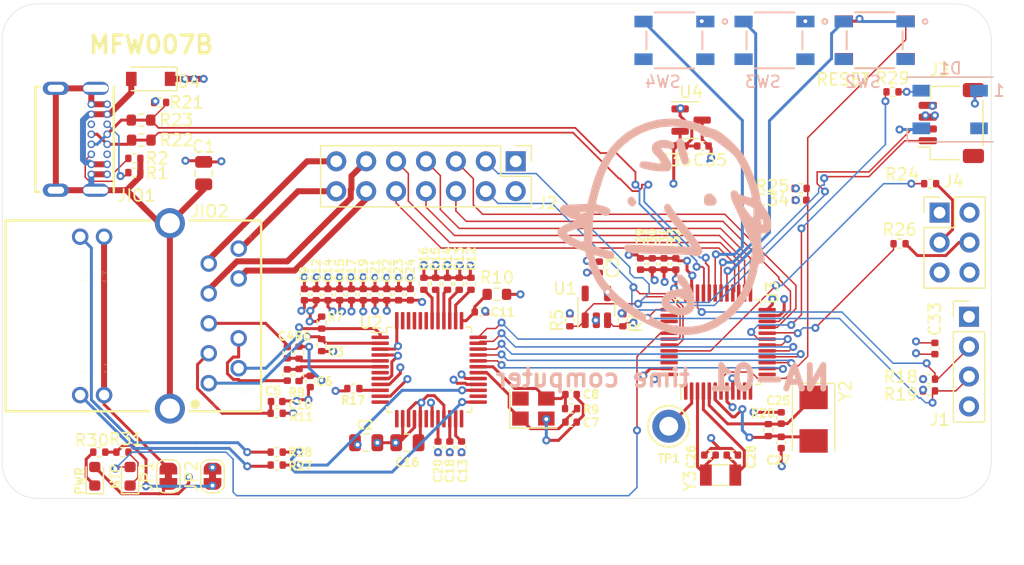
<source format=kicad_pcb>
(kicad_pcb (version 20210108) (generator pcbnew)
  (title_block (rev "1"))
  (layers (0 "F.Cu" signal "Front") (1 "In1.Cu" signal) (2 "In2.Cu" signal) (31 "B.Cu" signal "Back") (34 "B.Paste" user) (35 "F.Paste" user) (36 "B.SilkS" user "B.Silkscreen") (37 "F.SilkS" user "F.Silkscreen") (38 "B.Mask" user) (39 "F.Mask" user) (44 "Edge.Cuts" user))
  (net 0 "")
  (net 1 "GND")
  (net 2 "+5V")
  (net 3 "+3V3")
  (net 4 "/RDN")
  (net 5 "/Ethernet MAC PHY/RXN")
  (net 6 "/RDP")
  (net 7 "/Ethernet MAC PHY/RXP")
  (net 8 "Net-(C6-Pad2)")
  (net 9 "Net-(C7-Pad1)")
  (net 10 "Net-(C8-Pad1)")
  (net 11 "/CD")
  (net 12 "/Ethernet MAC PHY/ETHRESET")
  (net 13 "Net-(C13-Pad1)")
  (net 14 "Net-(C18-Pad1)")
  (net 15 "Net-(C20-Pad1)")
  (net 16 "no_connect_(D1-Pad2)")
  (net 17 "/RGB_LED")
  (net 18 "Net-(D1-Pad4)")
  (net 19 "Net-(D2-Pad1)")
  (net 20 "Net-(D3-Pad1)")
  (net 21 "/NTP_LED")
  (net 22 "no_connect_(JIO1-PadB8)")
  (net 23 "/MCU/SWCLK")
  (net 24 "/MCU/SWO")
  (net 25 "Net-(JIO1-PadB5)")
  (net 26 "no_connect_(JIO1-PadA8)")
  (net 27 "/SPI2_CS")
  (net 28 "/I2C2_SCL")
  (net 29 "Net-(JIO1-PadA5)")
  (net 30 "Net-(JIO1-PadA4)")
  (net 31 "Net-(J4-Pad4)")
  (net 32 "Net-(J4-Pad3)")
  (net 33 "Net-(JIO2-Pad11)")
  (net 34 "/TDP")
  (net 35 "/I2C1_SDA")
  (net 36 "/I2C1_SCL")
  (net 37 "/TDN")
  (net 38 "/USBDP")
  (net 39 "/USBDN")
  (net 40 "Net-(R12-Pad1)")
  (net 41 "Net-(R13-Pad1)")
  (net 42 "Net-(R14-Pad1)")
  (net 43 "Net-(R15-Pad1)")
  (net 44 "Net-(R16-Pad1)")
  (net 45 "Net-(R17-Pad1)")
  (net 46 "Net-(JIO2-Pad12)")
  (net 47 "/ETHLINKLED")
  (net 48 "Net-(JIO2-Pad14)")
  (net 49 "/ETHACTLED")
  (net 50 "/RESET_SW")
  (net 51 "/USER_SW_1")
  (net 52 "/USER_SW_2")
  (net 53 "/USER_SW_3")
  (net 54 "no_connect_(U1-Pad5)")
  (net 55 "no_connect_(U2-Pad47)")
  (net 56 "no_connect_(U2-Pad46)")
  (net 57 "no_connect_(U2-Pad45)")
  (net 58 "no_connect_(U2-Pad44)")
  (net 59 "no_connect_(U2-Pad43)")
  (net 60 "/Ethernet MAC PHY/IRQ")
  (net 61 "/Ethernet MAC PHY/MOSI")
  (net 62 "/Ethernet MAC PHY/MISO")
  (net 63 "/Ethernet MAC PHY/SCLK")
  (net 64 "/Ethernet MAC PHY/CS")
  (net 65 "no_connect_(U2-Pad26)")
  (net 66 "no_connect_(U2-Pad24)")
  (net 67 "no_connect_(U2-Pad18)")
  (net 68 "no_connect_(U2-Pad13)")
  (net 69 "no_connect_(U2-Pad12)")
  (net 70 "no_connect_(U2-Pad7)")
  (net 71 "/STLEDGND")
  (net 72 "Net-(TP1-Pad1)")
  (net 73 "no_connect_(U3-Pad10)")
  (net 74 "/MCU/BOOT1")
  (net 75 "/MCU/BOOT0")
  (net 76 "/SPI2_MOSI")
  (net 77 "/SPI2_MISO")
  (net 78 "/SPI2_SCK")
  (net 79 "/I2C2_SDA")
  (net 80 "no_connect_(U3-Pad12)")
  (net 81 "no_connect_(U3-Pad11)")
  (net 82 "no_connect_(U3-Pad1)")
  (net 83 "no_connect_(U3-Pad46)")
  (net 84 "no_connect_(U3-Pad45)")
  (net 85 "no_connect_(U3-Pad40)")
  (net 86 "no_connect_(U3-Pad39)")
  (net 87 "no_connect_(U3-Pad38)")
  (net 88 "no_connect_(U3-Pad13)")
  (net 89 "/V2P")
  (net 90 "/V1P")
  (net 91 "/V2N")
  (net 92 "/V1N")
  (net 93 "/MCU/OSC_OUT")
  (net 94 "/MCU/OSC_IN")
  (net 95 "/MCU/OSC32_OUT")
  (net 96 "/MCU/OSC32_IN")
  (footprint "Crystal:Crystal_SMD_5032-2Pin_5.0x3.2mm" (layer "F.Cu") (at 157.3 114.4 -90)
    (fp_text reference "Y2")
    (fp_text value "8MHz")
  )
  (footprint "Package_QFP:LQFP-48_7x7mm_P0.5mm" (layer "F.Cu") (at 149.19 107.85 90)
    (fp_text reference "U3")
    (fp_text value "STM32F103C8T6")
  )
  (footprint "Capacitor_SMD:C_0402_1005Metric" (layer "F.Cu") (at 144.6 101.22 90)
    (fp_text reference "C31")
    (fp_text value "100nF")
  )
  (footprint "Resistor_SMD:R_0402_1005Metric" (layer "F.Cu") (at 124.2 102.9 90)
    (fp_text reference "R16")
    (fp_text value "10K")
  )
  (footprint "LED_SMD:LED_0603_1608Metric" (layer "F.Cu") (at 96.25 119.25 90)
    (fp_text reference "D2" hide)
    (fp_text value "LED_R")
  )
  (footprint "Capacitor_SMD:C_0402_1005Metric" (layer "F.Cu") (at 126.4 116.78 -90)
    (fp_text reference "C18")
    (fp_text value "0.1uF")
  )
  (footprint "Capacitor_SMD:C_0402_1005Metric" (layer "F.Cu") (at 117.05 103.82 90)
    (fp_text reference "C15")
    (fp_text value "0.1uF")
  )
  (footprint "Resistor_SMD:R_0402_1005Metric" (layer "F.Cu") (at 126.2 102.9 90)
    (fp_text reference "R14")
    (fp_text value "10K")
  )
  (footprint "Capacitor_SMD:C_0402_1005Metric" (layer "F.Cu") (at 111.7 112.9)
    (fp_text reference "C10")
    (fp_text value "10nF")
  )
  (footprint "Connector_JST:JST_SH_SM04B-SRSS-TB_1x04-1MP_P1.00mm_Horizontal" (layer "F.Cu") (at 169 89.25 90)
    (fp_text reference "J3")
    (fp_text value "4P JST-SH")
  )
  (footprint "Jumper:SolderJumper-2_P1.3mm_Bridged_RoundedPad1.0x1.5mm" (layer "F.Cu") (at 102.5 119.25 90)
    (fp_text reference "JP1")
    (fp_text value "Jumper")
  )
  (footprint "Resistor_SMD:R_0402_1005Metric" (layer "F.Cu") (at 111.7 117.2 180)
    (fp_text reference "R28")
    (fp_text value "1K")
  )
  (footprint "Resistor_SMD:R_0402_1005Metric" (layer "F.Cu") (at 153.45 115.33 -90)
    (fp_text reference "R20")
    (fp_text value "1M")
  )
  (footprint "Diode_SMD:D_SOD-123" (layer "F.Cu") (at 101 85.5 180)
    (fp_text reference "D4")
    (fp_text value "B5819W")
  )
  (footprint "Resistor_SMD:R_0402_1005Metric" (layer "F.Cu") (at 99.61 93.46 180)
    (fp_text reference "R1")
    (fp_text value "5.1K")
  )
  (footprint "Capacitor_SMD:C_0402_1005Metric" (layer "F.Cu") (at 119.05 103.82 90)
    (fp_text reference "C19")
    (fp_text value "0.1uF")
  )
  (footprint "Resistor_SMD:R_0402_1005Metric" (layer "F.Cu") (at 113.6 110.65 90)
    (fp_text reference "R8")
    (fp_text value "49.9R 1%")
  )
  (footprint "Resistor_SMD:R_0402_1005Metric" (layer "F.Cu") (at 111.7 113.9 180)
    (fp_text reference "R11")
    (fp_text value "10R")
  )
  (footprint "Package_QFP:LQFP-48_7x7mm_P0.5mm" (layer "F.Cu") (at 124.65 110.2)
    (fp_text reference "U2")
    (fp_text value "W5500")
  )
  (footprint "Resistor_SMD:R_0402_1005Metric" (layer "F.Cu") (at 128.2 102.9 90)
    (fp_text reference "R12")
    (fp_text value "10K")
  )
  (footprint "Connector_PinHeader_2.54mm:PinHeader_2x03_P2.54mm_Vertical" (layer "F.Cu") (at 168 96.86)
    (fp_text reference "J4")
    (fp_text value "Conn_02x03")
  )
  (footprint "Capacitor_SMD:C_0402_1005Metric" (layer "F.Cu") (at 129 105.3)
    (fp_text reference "C11")
    (fp_text value "0.1uF")
  )
  (footprint "MountingHole:MountingHole_2.7mm_M2.5" (layer "F.Cu") (at 91.37868 118.12868)
    (fp_text reference "H3" hide)
    (fp_text value "MountingHole" hide)
  )
  (footprint "Capacitor_SMD:C_0402_1005Metric" (layer "F.Cu") (at 125.4 116.78 -90)
    (fp_text reference "C20")
    (fp_text value "4.7uF")
  )
  (footprint "Resistor_SMD:R_0402_1005Metric" (layer "F.Cu") (at 167.2 94.4)
    (fp_text reference "R24")
    (fp_text value "100K")
  )
  (footprint "Resistor_SMD:R_0402_1005Metric" (layer "F.Cu") (at 118.21 111.8 180)
    (fp_text reference "R17")
    (fp_text value "12.4K 1%")
  )
  (footprint "Crystal:Crystal_SMD_3215-2Pin_3.2x1.5mm" (layer "F.Cu") (at 149.4 119.15)
    (fp_text reference "Y3")
    (fp_text value "32.768KHz")
  )
  (footprint "Resistor_SMD:R_0402_1005Metric" (layer "F.Cu") (at 167.1 111 180)
    (fp_text reference "R18")
    (fp_text value "10K")
  )
  (footprint "Capacitor_SMD:C_0402_1005Metric" (layer "F.Cu") (at 154.55 114.3 90)
    (fp_text reference "C25")
    (fp_text value "20pF")
  )
  (footprint "MountingHole:MountingHole_2.7mm_M2.5" (layer "F.Cu") (at 169.37868 82.12868)
    (fp_text reference "H2" hide)
    (fp_text value "MountingHole" hide)
  )
  (footprint "Connector_PinHeader_2.54mm:PinHeader_1x04_P2.54mm_Vertical" (layer "F.Cu") (at 170.5 105.7)
    (fp_text reference "J1")
    (fp_text value "Conn_01x04")
  )
  (footprint "Crystal:Crystal_SMD_3225-4Pin_3.2x2.5mm" (layer "F.Cu") (at 133.5 113.5)
    (fp_text reference "Y1")
    (fp_text value "25MHz")
  )
  (footprint "Capacitor_SMD:C_0402_1005Metric" (layer "F.Cu") (at 154.55 116.38 -90)
    (fp_text reference "C27")
    (fp_text value "20pF")
  )
  (footprint "Capacitor_SMD:C_0402_1005Metric" (layer "F.Cu") (at 112.6 108.75 90)
    (fp_text reference "C4")
    (fp_text value "10nF")
  )
  (footprint "Resistor_SMD:R_0402_1005Metric" (layer "F.Cu") (at 115.52 108.11 90)
    (fp_text reference "R3")
    (fp_text value "49.9R 1%")
  )
  (footprint "Resistor_SMD:R_0402_1005Metric" (layer "F.Cu") (at 113.6 108.75 90)
    (fp_text reference "R6")
    (fp_text value "49.9R 1%")
  )
  (footprint "Capacitor_SMD:C_0402_1005Metric" (layer "F.Cu") (at 145.9 91.2)
    (fp_text reference "C36")
    (fp_text value "1uF")
  )
  (footprint "Capacitor_SMD:C_0402_1005Metric" (layer "F.Cu") (at 145.6 101.22 90)
    (fp_text reference "C32")
    (fp_text value "100nF")
  )
  (footprint "USB4085-GF-A_REVA:GCT_USB4085-GF-A_REVA" (layer "F.Cu") (at 93.27868 90.62868 -90)
    (fp_text reference "JIO1")
    (fp_text value "USB4085")
  )
  (footprint "Package_TO_SOT_SMD:SOT-23-5" (layer "F.Cu") (at 138.85 104.8625 90)
    (fp_text reference "U1")
    (fp_text value "24AA02-OT")
  )
  (footprint "MountingHole:MountingHole_2.7mm_M2.5" (layer "F.Cu") (at 91.37868 82.12868)
    (fp_text reference "H1" hide)
    (fp_text value "MountingHole" hide)
  )
  (footprint "Resistor_SMD:R_0603_1608Metric" (layer "F.Cu") (at 100.2 90.7)
    (fp_text reference "R22")
    (fp_text value "20R")
  )
  (footprint "Capacitor_SMD:C_0402_1005Metric" (layer "F.Cu") (at 156.2 95.8 180)
    (fp_text reference "C34")
    (fp_text value "1uF")
  )
  (footprint "Capacitor_SMD:C_0402_1005Metric" (layer "F.Cu") (at 114.05 103.82 90)
    (fp_text reference "C9")
    (fp_text value "4.7uF")
  )
  (footprint "Capacitor_SMD:C_0402_1005Metric" (layer "F.Cu") (at 147.9 91.2 180)
    (fp_text reference "C35")
    (fp_text value "1uF")
  )
  (footprint "Capacitor_SMD:C_0402_1005Metric" (layer "F.Cu") (at 139.1 101.5 -90)
    (fp_text reference "C3")
    (fp_text value "0.1uF")
  )
  (footprint "MountingHole:MountingHole_2.7mm_M2.5" (layer "F.Cu") (at 169.37868 118.12868)
    (fp_text reference "H4" hide)
    (fp_text value "MountingHole" hide)
  )
  (footprint "Capacitor_SMD:C_0402_1005Metric" (layer "F.Cu") (at 120.05 103.82 90)
    (fp_text reference "C21")
    (fp_text value "0.1uF")
  )
  (footprint "Resistor_SMD:R_0402_1005Metric" (layer "F.Cu") (at 164 86.6)
    (fp_text reference "R29")
    (fp_text value "330")
  )
  (footprint "Resistor_SMD:R_0402_1005Metric" (layer "F.Cu") (at 127.2 102.9 90)
    (fp_text reference "R13")
    (fp_text value "10K")
  )
  (footprint "Capacitor_SMD:C_0805_2012Metric" (layer "F.Cu") (at 119.3 116.4)
    (fp_text reference "C2")
    (fp_text value "22uF")
  )
  (footprint "Resistor_SMD:R_0402_1005Metric" (layer "F.Cu") (at 125.2 102.9 90)
    (fp_text reference "R15")
    (fp_text value "10K")
  )
  (footprint "Resistor_SMD:R_0402_1005Metric" (layer "F.Cu") (at 115.52 106.2 -90)
    (fp_text reference "R7")
    (fp_text value "49.9R 1%")
  )
  (footprint "Capacitor_SMD:C_0402_1005Metric" (layer "F.Cu") (at 115.05 103.82 90)
    (fp_text reference "C12")
    (fp_text value "4.7uF")
  )
  (footprint "Resistor_SMD:R_0402_1005Metric" (layer "F.Cu") (at 141.1 106 -90)
    (fp_text reference "R4")
    (fp_text value "12.4K")
  )
  (footprint "Capacitor_SMD:C_0402_1005Metric" (layer "F.Cu") (at 148.5 117.45 180)
    (fp_text reference "C26")
    (fp_text value "20pF")
  )
  (footprint "Capacitor_SMD:C_0402_1005Metric" (layer "F.Cu") (at 167.6 108.4 -90)
    (fp_text reference "C33")
    (fp_text value "100nF")
  )
  (footprint "Capacitor_SMD:C_0402_1005Metric" (layer "F.Cu") (at 150.4 117.45)
    (fp_text reference "C28")
    (fp_text value "20pF")
  )
  (footprint "Resistor_SMD:R_0402_1005Metric" (layer "F.Cu") (at 99.61 92.25 180)
    (fp_text reference "R2")
    (fp_text value "5.1K")
  )
  (footprint "TestPoint:TestPoint_Keystone_5010-5014_Multipurpose" (layer "F.Cu") (at 145 115 180)
    (fp_text reference "TP1")
    (fp_text value "TAMPER-RTC")
  )
  (footprint "Resistor_SMD:R_0402_1005Metric" (layer "F.Cu") (at 164.6 99.5 180)
    (fp_text reference "R26")
    (fp_text value "100K")
  )
  (footprint "Resistor_SMD:R_0603_1608Metric" (layer "F.Cu") (at 100.175 89)
    (fp_text reference "R23")
    (fp_text value "20R")
  )
  (footprint "Jumper:SolderJumper-2_P1.3mm_Bridged_RoundedPad1.0x1.5mm" (layer "F.Cu") (at 106.25 119.25 90)
    (fp_text reference "JP2")
    (fp_text value "Jumper")
  )
  (footprint "Capacitor_SMD:C_0402_1005Metric" (layer "F.Cu") (at 123.05 103.82 90)
    (fp_text reference "C24")
    (fp_text value "4.7uF")
  )
  (footprint "Resistor_SMD:R_0603_1608Metric" (layer "F.Cu") (at 130.4 103.8)
    (fp_text reference "R10")
    (fp_text value "680K")
  )
  (footprint "Capacitor_SMD:C_0805_2012Metric" (layer "F.Cu") (at 105.5 93.5 -90)
    (fp_text reference "C1")
    (fp_text value "10nF 30V")
  )
  (footprint "Capacitor_SMD:C_0402_1005Metric" (layer "F.Cu") (at 116.05 103.82 90)
    (fp_text reference "C14")
    (fp_text value "0.1uF")
  )
  (footprint "Resistor_SMD:R_0402_1005Metric" (layer "F.Cu") (at 96.63 117.2)
    (fp_text reference "R30")
    (fp_text value "330")
  )
  (footprint "Resistor_SMD:R_0402_1005Metric" (layer "F.Cu") (at 101.8 87.5)
    (fp_text reference "R21")
    (fp_text value "1.5K")
  )
  (footprint "Package_TO_SOT_SMD:SOT-23" (layer "F.Cu") (at 146.9 89)
    (property "VALUE" "XC6206P332MR-G-SOT23")
    (fp_text reference "U4")
    (fp_text value "XC6206P332MR-G")
  )
  (footprint "WE-RJ45_74984104400:74984104400" (layer "F.Cu") (at 99.57868 105.62868 90)
    (property "VALUE" "74984104400")
    (fp_text reference "JIO2")
    (fp_text value "WE-RJ45_74984104400")
  )
  (footprint "Resistor_SMD:R_0402_1005Metric" (layer "F.Cu") (at 136.7 113.5)
    (fp_text reference "R9")
    (fp_text value "1M")
  )
  (footprint "Capacitor_SMD:C_0805_2012Metric" (layer "F.Cu") (at 122.8 116.4 180)
    (fp_text reference "C16")
    (fp_text value "22uF")
  )
  (footprint "Capacitor_SMD:C_0402_1005Metric" (layer "F.Cu") (at 143.6 101.22 90)
    (fp_text reference "C30")
    (fp_text value "100nF")
  )
  (footprint "ul_PTS647SK38SMTR2LFS:PTS647SK38SMTR2LFS" (layer "F.Cu") (at 162.5 82.2)
    (fp_text reference "SW1" hide)
    (fp_text value "SW_Push" hide)
  )
  (footprint "Resistor_SMD:R_0402_1005Metric" (layer "F.Cu") (at 111.7 118.3)
    (fp_text reference "R27")
    (fp_text value "1K")
  )
  (footprint "Capacitor_SMD:C_0402_1005Metric" (layer "F.Cu") (at 136.7 112.3)
    (fp_text reference "C8")
    (fp_text value "20pF")
  )
  (footprint "Capacitor_SMD:C_0402_1005Metric" (layer "F.Cu") (at 136.7 114.65)
    (fp_text reference "C7")
    (fp_text value "20pF")
  )
  (footprint "Capacitor_SMD:C_0402_1005Metric" (layer "F.Cu") (at 114.55 111.2 90)
    (fp_text reference "C6")
    (fp_text value "10nF")
  )
  (footprint "Capacitor_SMD:C_0402_1005Metric" (layer "F.Cu") (at 142.6 101.22 90)
    (fp_text reference "C29")
    (fp_text value "100nF")
  )
  (footprint "Capacitor_SMD:C_0402_1005Metric" (layer "F.Cu") (at 127.4 116.78 -90)
    (fp_text reference "C13")
    (fp_text value "0.1uF")
  )
  (footprint "Capacitor_SMD:C_0402_1005Metric" (layer "F.Cu") (at 118.05 103.82 90)
    (fp_text reference "C17")
    (fp_text value "0.1uF")
  )
  (footprint "Capacitor_SMD:C_0402_1005Metric" (layer "F.Cu") (at 121.05 103.82 90)
    (fp_text reference "C22")
    (fp_text value "0.1uF")
  )
  (footprint "Resistor_SMD:R_0402_1005Metric" (layer "F.Cu") (at 167.1 112)
    (fp_text reference "R19")
    (fp_text value "10K")
  )
  (footprint "Resistor_SMD:R_0402_1005Metric" (layer "F.Cu") (at 98.6 117.2 180)
    (fp_text reference "R31")
    (fp_text value "330")
  )
  (footprint "LED_SMD:LED_0603_1608Metric" (layer "F.Cu") (at 99.25 119.25 90)
    (fp_text reference "D3" hide)
    (fp_text value "LED_G")
  )
  (footprint "Capacitor_SMD:C_0402_1005Metric" (layer "F.Cu") (at 112.6 110.65 -90)
    (fp_text reference "C5")
    (fp_text value "10nF")
  )
  (footprint "Resistor_SMD:R_0402_1005Metric" (layer "F.Cu") (at 136.6 106 -90)
    (fp_text reference "R5")
    (fp_text value "12.4K")
  )
  (footprint "Capacitor_SMD:C_0402_1005Metric" (layer "F.Cu") (at 122.05 103.82 90)
    (fp_text reference "C23")
    (fp_text value "0.1uF")
  )
  (footprint "Connector_PinHeader_2.54mm:PinHeader_2x07_P2.54mm_Vertical" (layer "F.Cu") (at 132 92.5 -90)
    (fp_text reference "J2")
    (fp_text value "Conn_02x07")
  )
  (footprint "Resistor_SMD:R_0402_1005Metric" (layer "F.Cu") (at 156.2 94.8)
    (fp_text reference "R25")
    (fp_text value "10K")
  )
  (footprint "LED_SMD:LED_WS2812B_PLCC4_5.0x5.0mm_P3.2mm" (layer "B.Cu") (at 168.9 88.1 180)
    (fp_text reference "D1")
    (fp_text value "WS2812B")
  )
  (footprint "ul_PTS647SK38SMTR2LFS:PTS647SK38SMTR2LFS" (layer "B.Cu") (at 162.47868 82.22868 180)
    (fp_text reference "SW2")
    (fp_text value "SW_Push" hide)
  )
  (footprint "images:na01-doodle" (layer "B.Cu") (at 144.6 97.95 180)
    (fp_text reference "G***" hide)
    (fp_text value "LOGO" hide)
  )
  (footprint "ul_PTS647SK38SMTR2LFS:PTS647SK38SMTR2LFS" (layer "B.Cu") (at 153.97868 82.22868 180)
    (fp_text reference "SW3")
    (fp_text value "SW_Push" hide)
  )
  (footprint "ul_PTS647SK38SMTR2LFS:PTS647SK38SMTR2LFS" (layer "B.Cu") (at 145.47868 82.22868 180)
    (fp_text reference "SW4")
    (fp_text value "SW_Push" hide)
  )
  (gr_arc (start 91.37868 118.12868) (end 91.37868 121.12868) (angle 90) (layer "Edge.Cuts") (width 0.038099))
  (gr_line (start 172.37868 82.12868) (end 172.37868 118.12868) (layer "Edge.Cuts") (width 0.038099))
  (gr_line (start 88.37868 118.12868) (end 88.37868 82.12868) (layer "Edge.Cuts") (width 0.038099))
  (gr_arc (start 169.37868 82.12868) (end 169.37868 79.12868) (angle 90) (layer "Edge.Cuts") (width 0.038099))
  (gr_arc (start 169.37868 118.12868) (end 169.37868 121.12868) (angle -90) (layer "Edge.Cuts") (width 0.038099))
  (gr_arc (start 91.37868 82.12868) (end 91.37868 79.12868) (angle -90) (layer "Edge.Cuts") (width 0.038099))
  (gr_line (start 91.37868 79.12868) (end 169.37868 79.12868) (layer "Edge.Cuts") (width 0.038099))
  (gr_line (start 169.37868 121.12868) (end 91.37868 121.12868) (layer "Edge.Cuts") (width 0.038099))
  (gr_text "NA-01" (at 153.55 110.9) (layer "B.SilkS") (effects (font (size 2 2) (thickness 0.5)) (justify mirror)))
  (gr_text "time computer" (at 138.55 110.9) (layer "B.SilkS") (effects (font (size 1.5 1.5) (thickness 0.3)) (justify mirror)))
  (gr_text "RESET" (at 159.8 85.55) (layer "F.SilkS") (effects (font (size 1 1))))
  (gr_text "MFW007B" (at 95.6 82.6) (layer "F.SilkS") (effects (font (size 1.5 1.5) (thickness 0.3)) (justify left)))
  (gr_text "NTP" (at 97.97868 120.42868 90) (layer "F.SilkS") (effects (font (size 0.75 0.75)) (justify left)))
  (gr_text "PWR" (at 94.97868 120.92868 90) (layer "F.SilkS") (effects (font (size 0.75 0.75)) (justify left)))
  (segment (start 124.9 113.1) (end 124.8 113) (width 0.254) (layer "F.Cu") (net 1))
  (segment (start 146.95402 90.62598) (end 146.38 91.2) (width 0.254) (layer "F.Cu") (net 1))
  (segment (start 128.15 102.34) (end 128.2 102.39) (width 0.254) (layer "F.Cu") (net 1))
  (segment (start 97.30368 87.65368) (end 95.95368 87.65368) (width 0.508) (layer "F.Cu") (net 1))
  (segment (start 105.5 94.88236) (end 102.62868 97.75368) (width 0.508) (layer "F.Cu") (net 1))
  (segment (start 120.25 116.4) (end 121.8 116.4) (width 0.254) (layer "F.Cu") (net 1))
  (segment (start 102.62868 97.75368) (end 102.62868 113.50368) (width 0.508) (layer "F.Cu") (net 1))
  (segment (start 152.22 113.82) (end 152.2 113.8) (width 0.254) (layer "F.Cu") (net 1))
  (segment (start 92.94368 94.95368) (end 96.32368 94.95368) (width 0.508) (layer "F.Cu") (net 1))
  (segment (start 115.1 102.35) (end 115.1 103.29) (width 0.254) (layer "F.Cu") (net 1))
  (segment (start 142.31 100.45) (end 142.6 100.74) (width 0.254) (layer "F.Cu") (net 1))
  (segment (start 120.05 102.4) (end 120.05 103.34) (width 0.254) (layer "F.Cu") (net 1))
  (segment (start 154.8 105.2) (end 154.4 105.6) (width 0.254) (layer "F.Cu") (net 1))
  (segment (start 127.25 101.35) (end 127.25 102.34) (width 0.254) (layer "F.Cu") (net 1))
  (segment (start 114.4 111.83) (end 114.55 111.68) (width 0.254) (layer "F.Cu") (net 1))
  (segment (start 122.05 102.4) (end 122.05 103.34) (width 0.254) (layer "F.Cu") (net 1))
  (segment (start 117.05 102.35) (end 117.05 103.34) (width 0.254) (layer "F.Cu") (net 1))
  (segment (start 154.4 105.6) (end 153.3525 105.6) (width 0.254) (layer "F.Cu") (net 1))
  (segment (start 159.874999 80.600001) (end 160.999999 80.600001) (width 0.254) (layer "F.Cu") (net 1))
  (segment (start 143.431413 110.1) (end 142.8334 110.698013) (width 0.254) (layer "F.Cu") (net 1))
  (segment (start 146.55 100.95) (end 145.81 100.95) (width 0.254) (layer "F.Cu") (net 1))
  (segment (start 117.5 112) (end 117.7 111.8) (width 0.254) (layer "F.Cu") (net 1))
  (segment (start 120.05 103.34) (end 121.05 103.34) (width 0.254) (layer "F.Cu") (net 1))
  (segment (start 122.4 115.85) (end 121.85 116.4) (width 0.254) (layer "F.Cu") (net 1))
  (segment (start 145.9625 88.641128) (end 146.95402 89.632648) (width 0.254) (layer "F.Cu") (net 1))
  (segment (start 118 102.35) (end 118 103.29) (width 0.254) (layer "F.Cu") (net 1))
  (segment (start 146.55 101.75) (end 147 102.2) (width 0.254) (layer "F.Cu") (net 1))
  (segment (start 128.2 102.39) (end 127.2 102.39) (width 0.254) (layer "F.Cu") (net 1))
  (segment (start 119.05 103.34) (end 120.05 103.34) (width 0.254) (layer "F.Cu") (net 1))
  (segment (start 95.95368 93.60368) (end 97.30368 93.60368) (width 0.508) (layer "F.Cu") (net 1))
  (segment (start 137.18 112.3) (end 137.18 112.599842) (width 0.254) (layer "F.Cu") (net 1))
  (segment (start 146.95402 89.632648) (end 146.95402 90.62598) (width 0.254) (layer "F.Cu") (net 1))
  (segment (start 154.8 104.2) (end 154.8 105.2) (width 0.254) (layer "F.Cu") (net 1))
  (segment (start 124.9 114.3625) (end 124.9 113.1) (width 0.254) (layer "F.Cu") (net 1))
  (segment (start 121.9 108.1) (end 122 108.2) (width 0.254) (layer "F.Cu") (net 1))
  (segment (start 122.05 103.34) (end 123.05 103.34) (width 0.254) (layer "F.Cu") (net 1))
  (segment (start 126.2 101.3) (end 126.2 102.39) (width 0.254) (layer "F.Cu") (net 1))
  (segment (start 154.55 113.82) (end 152.22 113.82) (width 0.254) (layer "F.Cu") (net 1))
  (segment (start 122.1 116.4) (end 121.85 116.4) (width 0.254) (layer "F.Cu") (net 1))
  (segment (start 146.55 100.95) (end 146.55 101.75) (width 0.254) (layer "F.Cu") (net 1))
  (segment (start 114.05 102.35) (end 114.05 103.34) (width 0.254) (layer "F.Cu") (net 1))
  (segment (start 137.18 112.599842) (end 137.73402 113.153862) (width 0.254) (layer "F.Cu") (net 1))
  (segment (start 125.2 102.39) (end 126.2 102.39) (width 0.254) (layer "F.Cu") (net 1))
  (segment (start 123.4 114.3625) (end 123.4 115.1) (width 0.254) (layer "F.Cu") (net 1))
  (segment (start 98.94632 94.95368) (end 96.32368 94.95368) (width 0.508) (layer "F.Cu") (net 1))
  (segment (start 96.32368 86.30368) (end 92.94368 86.30368) (width 0.508) (layer "F.Cu") (net 1))
  (segment (start 139.07 101.95) (end 139.1 101.98) (width 0.254) (layer "F.Cu") (net 1))
  (segment (start 114.05 103.34) (end 115.05 103.34) (width 0.254) (layer "F.Cu") (net 1))
  (segment (start 118.05 103.34) (end 119.05 103.34) (width 0.254) (layer "F.Cu") (net 1))
  (segment (start 145.81 100.95) (end 145.6 100.74) (width 0.254) (layer "F.Cu") (net 1))
  (segment (start 142.6 100.74) (end 143.6 100.74) (width 0.254) (layer "F.Cu") (net 1))
  (segment (start 121.75 108.45) (end 122 108.2) (width 0.254) (layer "F.Cu") (net 1))
  (segment (start 115.05 103.34) (end 116.05 103.34) (width 0.254) (layer "F.Cu") (net 1))
  (segment (start 149.31402 116.88598) (end 150.31598 116.88598) (width 0.254) (layer "F.Cu") (net 1))
  (segment (start 137.73402 113.153862) (end 137.73402 114.09598) (width 0.254) (layer "F.Cu") (net 1))
  (segment (start 141.6 100.45) (end 142.31 100.45) (width 0.254) (layer "F.Cu") (net 1))
  (segment (start 115.1 103.29) (end 115.05 103.34) (width 0.254) (layer "F.Cu") (net 1))
  (segment (start 100.12 93.46) (end 100.12 93.78) (width 0.508) (layer "F.Cu") (net 1))
  (segment (start 149.31402 116.88598) (end 148.6 116.17196) (width 0.254) (layer "F.Cu") (net 1))
  (segment (start 127.2 102.39) (end 127.25 102.34) (width 0.254) (layer "F.Cu") (net 1))
  (segment (start 145.9625 88.05) (end 145.9625 88.641128) (width 0.254) (layer "F.Cu") (net 1))
  (segment (start 143.6 100.74) (end 144.6 100.74) (width 0.254) (layer "F.Cu") (net 1))
  (segment (start 121.05 103.34) (end 122.05 103.34) (width 0.254) (layer "F.Cu") (net 1))
  (segment (start 116.05 102.35) (end 116.05 103.34) (width 0.254) (layer "F.Cu") (net 1))
  (segment (start 101.74632 97.75368) (end 98.94632 94.95368) (width 0.508) (layer "F.Cu") (net 1))
  (segment (start 102.62868 97.75368) (end 101.74632 97.75368) (width 0.508) (layer "F.Cu") (net 1))
  (segment (start 116.7 112) (end 117.5 112) (width 0.254) (layer "F.Cu") (net 1))
  (segment (start 154.55 116.86) (end 154.55 118.35) (width 0.254) (layer "F.Cu") (net 1))
  (segment (start 120.4875 111.45) (end 121.263844 111.45) (width 0.254) (layer "F.Cu") (net 1))
  (segment (start 121.8 116.4) (end 121.85 116.4) (width 0.254) (layer "F.Cu") (net 1))
  (segment (start 123.4 115.1) (end 122.1 116.4) (width 0.254) (layer "F.Cu") (net 1))
  (segment (start 126.2 102.39) (end 127.2 102.39) (width 0.254) (layer "F.Cu") (net 1))
  (segment (start 146.94 102.26) (end 147 102.2) (width 0.254) (layer "F.Cu") (net 1))
  (segment (start 146.94 103.6875) (end 146.94 102.26) (width 0.254) (layer "F.Cu") (net 1))
  (segment (start 135.63 116.2) (end 134.6 116.2) (width 0.254) (layer "F.Cu") (net 1))
  (segment (start 121.05 102.4) (end 121.05 103.34) (width 0.254) (layer "F.Cu") (net 1))
  (segment (start 124.2 101.3) (end 124.2 102.39) (width 0.254) (layer "F.Cu") (net 1))
  (segment (start 127.75 110.95) (end 127.4 110.6) (width 0.254) (layer "F.Cu") (net 1))
  (segment (start 105.5 94.45) (end 105.5 94.88236) (width 0.508) (layer "F.Cu") (net 1))
  (segment (start 122.4 114.3625) (end 122.4 115.85) (width 0.254) (layer "F.Cu") (net 1))
  (segment (start 117.05 103.34) (end 118.05 103.34) (width 0.254) (layer "F.Cu") (net 1))
  (segment (start 120.4875 108.45) (end 121.75 108.45) (width 0.254) (layer "F.Cu") (net 1))
  (segment (start 137.73402 114.09598) (end 137.18 114.65) (width 0.254) (layer "F.Cu") (net 1))
  (segment (start 123.05 102.4) (end 123.05 103.34) (width 0.254) (layer "F.Cu") (net 1))
  (segment (start 125.2 101.3) (end 125.2 102.39) (width 0.254) (layer "F.Cu") (net 1))
  (segment (start 124.2 102.39) (end 125.2 102.39) (width 0.254) (layer "F.Cu") (net 1))
  (segment (start 160.999999 80.600001) (end 161.2 80.4) (width 0.254) (layer "F.Cu") (net 1))
  (segment (start 92.94368 86.30368) (end 92.94368 94.95368) (width 0.508) (layer "F.Cu") (net 1))
  (segment (start 166.08 108.88) (end 167.6 108.88) (width 0.127) (layer "F.Cu") (net 1))
  (segment (start 114.4 112.75) (end 114.4 111.83) (width 0.254) (layer "F.Cu") (net 1))
  (segment (start 147.42 91.2) (end 146.38 91.2) (width 0.254) (layer "F.Cu") (net 1))
  (segment (start 148.6 116.17196) (end 148.6 116) (width 0.254) (layer "F.Cu") (net 1))
  (segment (start 113.4 112.85) (end 112.23 112.85) (width 0.254) (layer "F.Cu") (net 1))
  (segment (start 128.8125 110.95) (end 127.75 110.95) (width 0.254) (layer "F.Cu") (net 1))
  (segment (start 137.18 114.65) (end 135.63 116.2) (width 0.254) (layer "F.Cu") (net 1))
  (segment (start 166 108.8) (end 166.08 108.88) (width 0.127) (layer "F.Cu") (net 1))
  (segment (start 95.95368 87.65368) (end 95.95368 86.67368) (width 0.508) (layer "F.Cu") (net 1))
  (segment (start 114.4 112.75) (end 113.5 112.75) (width 0.254) (layer "F.Cu") (net 1))
  (segment (start 144.6 100.74) (end 145.6 100.74) (width 0.254) (layer "F.Cu") (net 1))
  (segment (start 150.31598 116.88598) (end 150.88 117.45) (width 0.254) (layer "F.Cu") (net 1))
  (segment (start 119.05 102.35) (end 119.05 103.34) (width 0.254) (layer "F.Cu") (net 1))
  (segment (start 112.23 112.85) (end 112.18 112.9) (width 0.254) (layer "F.Cu") (net 1))
  (segment (start 148.58402 116.88598) (end 149.31402 116.88598) (width 0.254) (layer "F.Cu") (net 1))
  (segment (start 121.9 106.0375) (end 121.9 108.1) (width 0.254) (layer "F.Cu") (net 1))
  (segment (start 145.0275 110.1) (end 143.431413 110.1) (width 0.254) (layer "F.Cu") (net 1))
  (segment (start 138.05 101.95) (end 139.07 101.95) (width 0.254) (layer "F.Cu") (net 1))
  (segment (start 100.12 92.25) (end 100.12 93.46) (width 0.508) (layer "F.Cu") (net 1))
  (segment (start 154.55 118.35) (end 154.6 118.4) (width 0.254) (layer "F.Cu") (net 1))
  (segment (start 118 103.29) (end 118.05 103.34) (width 0.254) (layer "F.Cu") (net 1))
  (segment (start 113.5 112.75) (end 113.4 112.85) (width 0.254) (layer "F.Cu") (net 1))
  (segment (start 148.02 117.45) (end 148.58402 116.88598) (width 0.254) (layer "F.Cu") (net 1))
  (segment (start 128.15 101.35) (end 128.15 102.34) (width 0.254) (layer "F.Cu") (net 1))
  (segment (start 149.94 112.905854) (end 150.417073 113.382927) (width 0.254) (layer "F.Cu") (net 1))
  (segment (start 121.263844 111.45) (end 122.2 110.513844) (width 0.254) (layer "F.Cu") (net 1))
  (segment (start 149.94 112.0125) (end 149.94 112.905854) (width 0.254) (layer "F.Cu") (net 1))
  (segment (start 100.12 93.78) (end 98.94632 94.95368) (width 0.508) (layer "F.Cu") (net 1))
  (segment (start 116.05 103.34) (end 117.05 103.34) (width 0.254) (layer "F.Cu") (net 1))
  (segment (start 122.2 110.513844) (end 122.2 110) (width 0.254) (layer "F.Cu") (net 1))
  (segment (start 95.95368 86.67368) (end 96.32368 86.30368) (width 0.508) (layer "F.Cu") (net 1))
  (via (at 154.6 118.4) (size 0.6858) (drill 0.3302) (layers "F.Cu" "B.Cu") (net 1))
  (via (at 155.8 95.8) (size 0.6858) (drill 0.3302) (layers "F.Cu" "B.Cu") (net 1))
  (via (at 127.25 101.35) (size 0.6858) (drill 0.3302) (layers "F.Cu" "B.Cu") (net 1))
  (via (at 125.2 101.3) (size 0.6858) (drill 0.3302) (layers "F.Cu" "B.Cu") (net 1))
  (via (at 122 108.2) (size 0.6858) (drill 0.3302) (layers "F.Cu" "B.Cu") (net 1))
  (via (at 127.4 117.2) (size 0.6858) (drill 0.3302) (layers "F.Cu" "B.Cu") (net 1))
  (via (at 148.6 116) (size 0.6858) (drill 0.3302) (layers "F.Cu" "B.Cu") (net 1))
  (via (at 166.6 111) (size 0.6858) (drill 0.3302) (layers "F.Cu" "B.Cu") (net 1))
  (via (at 164.6 89.8) (size 0.6858) (drill 0.3302) (layers "F.Cu" "B.Cu") (net 1))
  (via (at 146.55 100.95) (size 0.6858) (drill 0.3302) (layers "F.Cu" "B.Cu") (net 1))
  (via (at 121.05 102.4) (size 0.6858) (drill 0.3302) (layers "F.Cu" "B.Cu") (net 1))
  (via (at 161.2 80.4) (size 0.6858) (drill 0.3302) (layers "F.Cu" "B.Cu") (net 1))
  (via (at 134.6 114.4) (size 0.6858) (drill 0.3302) (layers "F.Cu" "B.Cu") (net 1))
  (via (at 124.8 113) (size 0.6858) (drill 0.3302) (layers "F.Cu" "B.Cu") (net 1))
  (via (at 126.2 101.3) (size 0.6858) (drill 0.3302) (layers "F.Cu" "B.Cu") (net 1))
  (via (at 156.6 80.6) (size 0.6858) (drill 0.3302) (layers "F.Cu" "B.Cu") (net 1))
  (via (at 122.2 110) (size 0.6858) (drill 0.3302) (layers "F.Cu" "B.Cu") (net 1))
  (via (at 127.4 110.6) (size 0.6858) (drill 0.3302) (layers "F.Cu" "B.Cu") (net 1))
  (via (at 125.4 117.2) (size 0.6858) (drill 0.3302) (layers "F.Cu" "B.Cu") (net 1))
  (via (at 166 108.8) (size 0.6858) (drill 0.3302) (layers "F.Cu" "B.Cu") (net 1))
  (via (at 113.4 112.85) (size 0.6858) (drill 0.3302) (layers "F.Cu" "B.Cu") (net 1))
  (via (at 122.05 102.4) (size 0.6858) (drill 0.3302) (layers "F.Cu" "B.Cu") (net 1))
  (via (at 114.05 102.35) (size 0.6858) (drill 0.3302) (layers "F.Cu" "B.Cu") (net 1))
  (via (at 129.4 105.2) (size 0.6858) (drill 0.3302) (layers "F.Cu" "B.Cu") (net 1))
  (via (at 106.25 118.5) (size 0.6858) (drill 0.3302) (layers "F.Cu" "B.Cu") (net 1))
  (via (at 146 88) (size 0.6858) (drill 0.3302) (layers "F.Cu" "B.Cu") (net 1))
  (via (at 115.1 102.35) (size 0.6858) (drill 0.3302) (layers "F.Cu" "B.Cu") (net 1))
  (via (at 150.417073 113.382927) (size 0.6858) (drill 0.3302) (layers "F.Cu" "B.Cu") (net 1))
  (via (at 120.25 116.4) (size 0.6858) (drill 0.3302) (layers "F.Cu" "B.Cu") (net 1))
  (via (at 167.4 87.8) (size 0.6858) (drill 0.3302) (layers "F.Cu" "B.Cu") (net 1))
  (via (at 147 102.2) (size 0.6858) (drill 0.3302) (layers "F.Cu" "B.Cu") (net 1))
  (via (at 120.05 102.4) (size 0.6858) (drill 0.3302) (layers "F.Cu" "B.Cu") (net 1))
  (via (at 154.8 104.2) (size 0.6858) (drill 0.3302) (layers "F.Cu" "B.Cu") (net 1))
  (via (at 117.05 102.35) (size 0.6858) (drill 0.3302) (layers "F.Cu" "B.Cu") (net 1))
  (via (at 138.8 106) (size 0.6858) (drill 0.3302) (layers "F.Cu" "B.Cu") (net 1))
  (via (at 116.05 102.35) (size 0.6858) (drill 0.3302) (layers "F.Cu" "B.Cu") (net 1))
  (via (at 134.6 116.2) (size 0.6858) (drill 0.3302) (layers "F.Cu" "B.Cu") (net 1))
  (via (at 121.8 116.4) (size 0.6858) (drill 0.3302) (layers "F.Cu" "B.Cu") (net 1))
  (via (at 128.15 101.35) (size 0.6858) (drill 0.3302) (layers "F.Cu" "B.Cu") (net 1))
  (via (at 123.05 102.4) (size 0.6858) (drill 0.3302) (layers "F.Cu" "B.Cu") (net 1))
  (via (at 141.6 100.45) (size 0.6858) (drill 0.3302) (layers "F.Cu" "B.Cu") (net 1))
  (via (at 126.4 117.2) (size 0.6858) (drill 0.3302) (layers "F.Cu" "B.Cu") (net 1))
  (via (at 116.7 112) (size 0.6858) (drill 0.3302) (layers "F.Cu" "B.Cu") (net 1))
  (via (at 142.8334 110.698013) (size 0.6858) (drill 0.3302) (layers "F.Cu" "B.Cu") (net 1))
  (via (at 147.8 80.6) (size 0.6858) (drill 0.3302) (layers "F.Cu" "B.Cu") (net 1))
  (via (at 138.05 101.95) (size 0.6858) (drill 0.3302) (layers "F.Cu" "B.Cu") (net 1))
  (via (at 119.05 102.35) (size 0.6858) (drill 0.3302) (layers "F.Cu" "B.Cu") (net 1))
  (via (at 118 102.35) (size 0.6858) (drill 0.3302) (layers "F.Cu" "B.Cu") (net 1))
  (via (at 124.2 101.3) (size 0.6858) (drill 0.3302) (layers "F.Cu" "B.Cu") (net 1))
  (via (at 152.2 113.8) (size 0.6858) (drill 0.3302) (layers "F.Cu" "B.Cu") (net 1))
  (via (at 114.4 112.75) (size 0.6858) (drill 0.3302) (layers "F.Cu" "B.Cu") (net 1))
  (segment (start 161.428681 80.628681) (end 161.2 80.4) (width 0.254) (layer "B.Cu") (net 1))
  (segment (start 134.6 114.4) (end 134.6 116.2) (width 0.254) (layer "B.Cu") (net 1))
  (segment (start 166.35 89.8) (end 166.45 89.7) (width 0.254) (layer "B.Cu") (net 1))
  (segment (start 95.95368 93.60368) (end 95.95368 94.58368) (width 0.508) (layer "B.Cu") (net 1))
  (segment (start 164.6 89.8) (end 166.35 89.8) (width 0.254) (layer "B.Cu") (net 1))
  (segment (start 95.95368 94.58368) (end 96.32368 94.95368) (width 0.508) (layer "B.Cu") (net 1))
  (segment (start 165.103681 80.628681) (end 161.428681 80.628681) (width 0.254) (layer "B.Cu") (net 1))
  (segment (start 148.6 91.42) (end 148.38 91.2) (width 0.254) (layer "F.Cu") (net 2))
  (segment (start 105.5 92.55) (end 106.95 92.55) (width 0.254) (layer "F.Cu") (net 2))
  (segment (start 103.95 92.45) (end 105.4 92.45) (width 0.254) (layer "F.Cu") (net 2))
  (segment (start 104.7 85.5) (end 105.5 85.5) (width 0.508) (layer "F.Cu") (net 2))
  (segment (start 105.4 92.45) (end 105.5 92.55) (width 0.254) (layer "F.Cu") (net 2))
  (segment (start 102.65 85.5) (end 103.9 85.5) (width 0.508) (layer "F.Cu") (net 2))
  (segment (start 148.6 92.2) (end 148.6 91.42) (width 0.254) (layer "F.Cu") (net 2))
  (segment (start 103.9 85.5) (end 104.7 85.5) (width 0.508) (layer "F.Cu") (net 2))
  (segment (start 147.8375 89) (end 147.8375 90.6575) (width 0.254) (layer "F.Cu") (net 2))
  (segment (start 147.8375 90.6575) (end 148.38 91.2) (width 0.254) (layer "F.Cu") (net 2))
  (segment (start 106.95 92.55) (end 107 92.5) (width 0.254) (layer "F.Cu") (net 2))
  (via (at 103.95 92.45) (size 0.6858) (drill 0.3302) (layers "F.Cu" "B.Cu") (net 2))
  (via (at 105.5 85.5) (size 0.6858) (drill 0.3302) (layers "F.Cu" "B.Cu") (net 2))
  (via (at 167.6 88.6) (size 0.6858) (drill 0.3302) (layers "F.Cu" "B.Cu") (net 2))
  (via (at 148.6 92.2) (size 0.6858) (drill 0.3302) (layers "F.Cu" "B.Cu") (net 2))
  (via (at 104.7 85.5) (size 0.6858) (drill 0.3302) (layers "F.Cu" "B.Cu") (net 2))
  (via (at 107 92.5) (size 0.6858) (drill 0.3302) (layers "F.Cu" "B.Cu") (net 2))
  (via (at 101.4 87.4) (size 0.6858) (drill 0.3302) (layers "F.Cu" "B.Cu") (net 2))
  (via (at 166.8 88.6) (size 0.6858) (drill 0.3302) (layers "F.Cu" "B.Cu") (net 2))
  (via (at 103.9 85.5) (size 0.6858) (drill 0.3302) (layers "F.Cu" "B.Cu") (net 2))
  (via (at 171 87.6) (size 0.6858) (drill 0.3302) (layers "F.Cu" "B.Cu") (net 2))
  (segment (start 171 86.85) (end 171.35 86.5) (width 0.254) (layer "B.Cu") (net 2))
  (segment (start 171 87.6) (end 171 86.85) (width 0.254) (layer "B.Cu") (net 2))
  (segment (start 148.3 92.5) (end 148.6 92.2) (width 0.254) (layer "B.Cu") (net 2))
  (segment (start 118.4 116.4) (end 118.572073 116.572073) (width 0.254) (layer "F.Cu") (net 3))
  (segment (start 119.05 104.3) (end 119.05 105.25) (width 0.254) (layer "F.Cu") (net 3))
  (segment (start 121.225 110.95) (end 121.47902 110.69598) (width 0.254) (layer "F.Cu") (net 3))
  (segment (start 123.9 104.3) (end 124.05 104.45) (width 0.254) (layer "F.Cu") (net 3))
  (segment (start 117.05 105.05) (end 117.25 105.25) (width 0.254) (layer "F.Cu") (net 3))
  (segment (start 120.4875 110.95) (end 121.225 110.95) (width 0.254) (layer "F.Cu") (net 3))
  (segment (start 139.03 100.95) (end 139.1 101.02) (width 0.254) (layer "F.Cu") (net 3))
  (segment (start 121.05 104.3) (end 121.05 105.2) (width 0.254) (layer "F.Cu") (net 3))
  (segment (start 127.736518 111.353089) (end 127.025935 111.353089) (width 0.254) (layer "F.Cu") (net 3))
  (segment (start 120.4875 108.95) (end 121.937197 108.95) (width 0.254) (layer "F.Cu") (net 3))
  (segment (start 114.55 106.05) (end 114.5 106.1) (width 0.254) (layer "F.Cu") (net 3))
  (segment (start 119.05 104.3) (end 118.05 104.3) (width 0.254) (layer "F.Cu") (net 3))
  (segment (start 122.05 104.3) (end 123.05 104.3) (width 0.254) (layer "F.Cu") (net 3))
  (segment (start 150.44 112.0125) (end 150.44 110.9734) (width 0.254) (layer "F.Cu") (net 3))
  (segment (start 115.11 106.1) (end 115.52 105.69) (width 0.254) (layer "F.Cu") (net 3))
  (segment (start 145.42 94.38) (end 145.4 94.4) (width 0.254) (layer "F.Cu") (net 3))
  (segment (start 101.67196 120.73) (end 101.67098 120.72902) (width 0.254) (layer "F.Cu") (net 3))
  (segment (start 114.55 105.2) (end 114.55 106.05) (width 0.254) (layer "F.Cu") (net 3))
  (segment (start 102.08 120.73) (end 102.08 120.32) (width 0.254) (layer "F.Cu") (net 3))
  (segment (start 143.6 102.4) (end 143.8 102.6) (width 0.254) (layer "F.Cu") (net 3))
  (segment (start 121.35 112.45) (end 122.8 111) (width 0.254) (layer "F.Cu") (net 3))
  (segment (start 144.6 102.7) (end 144.65 102.75) (width 0.254) (layer "F.Cu") (net 3))
  (segment (start 121.05 104.3) (end 122.05 104.3) (width 0.254) (layer "F.Cu") (net 3))
  (segment (start 101.67098 120.72902) (end 98.51652 120.72902) (width 0.254) (layer "F.Cu") (net 3))
  (segment (start 114.05 104.95) (end 113.8 105.2) (width 0.254) (layer "F.Cu") (net 3))
  (segment (start 121.937197 108.95) (end 122 109.012803) (width 0.254) (layer "F.Cu") (net 3))
  (segment (start 150.44 110.9734) (end 150.4 110.9334) (width 0.254) (layer "F.Cu") (net 3))
  (segment (start 104.23 119.86) (end 103.36 120.73) (width 0.254) (layer "F.Cu") (net 3))
  (segment (start 123.9 114.3625) (end 123.9 113.087197) (width 0.254) (layer "F.Cu") (net 3))
  (segment (start 125.9 114.3625) (end 125.9 113.216571) (width 0.254) (layer "F.Cu") (net 3))
  (segment (start 153.8 104.2) (end 153.8 104.6525) (width 0.254) (layer "F.Cu") (net 3))
  (segment (start 144.2 110.6) (end 143.8 111) (width 0.254) (layer "F.Cu") (net 3))
  (segment (start 116.05 104.3) (end 116.05 104.85) (width 0.254) (layer "F.Cu") (net 3))
  (segment (start 143.6 101.7) (end 143.6 102.4) (width 0.254) (layer "F.Cu") (net 3))
  (segment (start 116.05 104.85) (end 116.45 105.25) (width 0.254) (layer "F.Cu") (net 3))
  (segment (start 138.05 100.95) (end 139.03 100.95) (width 0.254) (layer "F.Cu") (net 3))
  (segment (start 145.9625 90.6575) (end 145.42 91.2) (width 0.254) (layer "F.Cu") (net 3))
  (segment (start 123.987197 113) (end 123.525 113) (width 0.254) (layer "F.Cu") (net 3))
  (segment (start 144.6 101.7) (end 145.6 101.7) (width 0.254) (layer "F.Cu") (net 3))
  (segment (start 118.05 104.3) (end 118.05 105.25) (width 0.254) (layer "F.Cu") (net 3))
  (segment (start 116.05 104.3) (end 115.05 104.3) (width 0.254) (layer "F.Cu") (net 3))
  (segment (start 121.47902 109.533783) (end 122 109.012803) (width 0.254) (layer "F.Cu") (net 3))
  (segment (start 118.35 116.4) (end 118.4 116.4) (width 0.254) (layer "F.Cu") (net 3))
  (segment (start 123.05 104.3) (end 123.9 104.3) (width 0.254) (layer "F.Cu") (net 3))
  (segment (start 142.6 101.7) (end 143.6 101.7) (width 0.254) (layer "F.Cu") (net 3))
  (segment (start 102.08 120.73) (end 101.67196 120.73) (width 0.254) (layer "F.Cu") (net 3))
  (segment (start 128.8125 111.45) (end 127.833429 111.45) (width 0.254) (layer "F.Cu") (net 3))
  (segment (start 104.23 119.31) (end 104.23 119.86) (width 0.254) (layer "F.Cu") (net 3))
  (segment (start 145.45 103.3) (end 145.8375 103.6875) (width 0.254) (layer "F.Cu") (net 3))
  (segment (start 115.05 104.3) (end 114.05 104.3) (width 0.254) (layer "F.Cu") (net 3))
  (segment (start 117.05 104.3) (end 117.05 105.05) (width 0.254) (layer "F.Cu") (net 3))
  (segment (start 115.05 104.3) (end 115.05 104.7) (width 0.254) (layer "F.Cu") (net 3))
  (segment (start 132.4 103.8) (end 131.225 103.8) (width 0.254) (layer "F.Cu") (net 3))
  (segment (start 103.36 120.73) (end 102.08 120.73) (width 0.254) (layer "F.Cu") (net 3))
  (segment (start 123.525 113) (end 122.9 113.625) (width 0.254) (layer "F.Cu") (net 3))
  (segment (start 102.08 120.32) (end 102.5 119.9) (width 0.254) (layer "F.Cu") (net 3))
  (segment (start 120.05 104.3) (end 119.05 104.3) (width 0.254) (layer "F.Cu") (net 3))
  (segment (start 123.9 113.087197) (end 123.987197 113) (width 0.254) (layer "F.Cu") (net 3))
  (segment (start 114.5 106.1) (end 115.11 106.1) (width 0.254) (layer "F.Cu") (net 3))
  (segment (start 118.05 104.3) (end 117.05 104.3) (width 0.254) (layer "F.Cu") (net 3))
  (segment (start 123.9 116.25) (end 123.9 114.3625) (width 0.254) (layer "F.Cu") (net 3))
  (segment (start 125.086518 112.403089) (end 124.513482 112.403089) (width 0.254) (layer "F.Cu") (net 3))
  (segment (start 115.55 108.65) (end 115.52 108.62) (width 0.254) (layer "F.Cu") (net 3))
  (segment (start 124.513482 112.403089) (end 123.987197 112.929374) (width 0.254) (layer "F.Cu") (net 3))
  (segment (start 166 107.8) (end 166.12 107.92) (width 0.127) (layer "F.Cu") (net 3))
  (segment (start 145.6 101.7) (end 145.6 102.5) (width 0.254) (layer "F.Cu") (net 3))
  (segment (start 145.0275 110.6) (end 144.2 110.6) (width 0.254) (layer "F.Cu") (net 3))
  (segment (start 122.9 113.625) (end 122.9 114.3625) (width 0.254) (layer "F.Cu") (net 3))
  (segment (start 145.6 103.15) (end 145.45 103.3) (width 0.254) (layer "F.Cu") (net 3))
  (segment (start 166.12 107.92) (end 167.6 107.92) (width 0.127) (layer "F.Cu") (net 3))
  (segment (start 120.05 104.3) (end 120.05 105.2) (width 0.254) (layer "F.Cu") (net 3))
  (segment (start 117.05 104.3) (end 116.05 104.3) (width 0.254) (layer "F.Cu") (net 3))
  (segment (start 121.05 104.3) (end 120.05 104.3) (width 0.254) (layer "F.Cu") (net 3))
  (segment (start 145.8375 103.6875) (end 146.44 103.6875) (width 0.254) (layer "F.Cu") (net 3))
  (segment (start 127.025935 111.353089) (end 126.723708 111.050862) (width 0.254) (layer "F.Cu") (net 3))
  (segment (start 113.1 113.9) (end 112.21 113.9) (width 0.254) (layer "F.Cu") (net 3))
  (segment (start 114.05 104.3) (end 114.05 104.95) (width 0.254) (layer "F.Cu") (net 3))
  (segment (start 125.9 113.216571) (end 125.086518 112.403089) (width 0.254) (layer "F.Cu") (net 3))
  (segment (start 153.8 104.6525) (end 153.3525 105.1) (width 0.254) (layer "F.Cu") (net 3))
  (segment (start 143.6 101.7) (end 144.6 101.7) (width 0.254) (layer "F.Cu") (net 3))
  (segment (start 145.42 91.2) (end 145.42 94.38) (width 0.254) (layer "F.Cu") (net 3))
  (segment (start 123.987197 112.929374) (end 123.987197 113) (width 0.254) (layer "F.Cu") (net 3))
  (segment (start 145.9625 89.95) (end 145.9625 90.6575) (width 0.254) (layer "F.Cu") (net 3))
  (segment (start 123.75 116.4) (end 123.9 116.25) (width 0.254) (layer "F.Cu") (net 3))
  (segment (start 120.4875 112.45) (end 121.35 112.45) (width 0.254) (layer "F.Cu") (net 3))
  (segment (start 127.833429 111.45) (end 127.736518 111.353089) (width 0.254) (layer "F.Cu") (net 3))
  (segment (start 144.6 101.7) (end 144.6 102.7) (width 0.254) (layer "F.Cu") (net 3))
  (segment (start 116.5 108.65) (end 115.55 108.65) (width 0.254) (layer "F.Cu") (net 3))
  (segment (start 98.51652 120.72902) (end 96.25 118.4625) (width 0.254) (layer "F.Cu") (net 3))
  (segment (start 115.05 104.7) (end 114.55 105.2) (width 0.254) (layer "F.Cu") (net 3))
  (segment (start 145.6 102.5) (end 145.6 103.15) (width 0.254) (layer "F.Cu") (net 3))
  (segment (start 121.47902 110.69598) (end 121.47902 109.533783) (width 0.254) (layer "F.Cu") (net 3))
  (via (at 144.65 102.75) (size 0.6858) (drill 0.3302) (layers "F.Cu" "B.Cu") (net 3))
  (via (at 124.05 104.45) (size 0.6858) (drill 0.3302) (layers "F.Cu" "B.Cu") (net 3))
  (via (at 166.6 111.9) (size 0.6858) (drill 0.3302) (layers "F.Cu" "B.Cu") (net 3))
  (via (at 114.55 105.2) (size 0.6858) (drill 0.3302) (layers "F.Cu" "B.Cu") (net 3))
  (via (at 116.45 105.25) (size 0.6858) (drill 0.3302) (layers "F.Cu" "B.Cu") (net 3))
  (via (at 121.05 105.2) (size 0.6858) (drill 0.3302) (layers "F.Cu" "B.Cu") (net 3))
  (via (at 139.8 103.6) (size 0.6858) (drill 0.3302) (layers "F.Cu" "B.Cu") (net 3))
  (via (at 114.5 106.1) (size 0.6858) (drill 0.3302) (layers "F.Cu" "B.Cu") (net 3))
  (via (at 104.23 119.31) (size 0.6858) (drill 0.3302) (layers "F.Cu" "B.Cu") (net 3))
  (via (at 132.4 103.8) (size 0.6858) (drill 0.3302) (layers "F.Cu" "B.Cu") (net 3))
  (via (at 138.05 100.95) (size 0.6858) (drill 0.3302) (layers "F.Cu" "B.Cu") (net 3))
  (via (at 122.8 111) (size 0.6858) (drill 0.3302) (layers "F.Cu" "B.Cu") (net 3))
  (via (at 120.05 105.2) (size 0.6858) (drill 0.3302) (layers "F.Cu" "B.Cu") (net 3))
  (via (at 141 105.4) (size 0.6858) (drill 0.3302) (layers "F.Cu" "B.Cu") (net 3))
  (via (at 117.25 105.25) (size 0.6858) (drill 0.3302) (layers "F.Cu" "B.Cu") (net 3))
  (via (at 136.6 105.4) (size 0.6858) (drill 0.3302) (layers "F.Cu" "B.Cu") (net 3))
  (via (at 116.5 108.65) (size 0.6858) (drill 0.3302) (layers "F.Cu" "B.Cu") (net 3))
  (via (at 145.45 103.3) (size 0.6858) (drill 0.3302) (layers "F.Cu" "B.Cu") (net 3))
  (via (at 118.05 105.25) (size 0.6858) (drill 0.3302) (layers "F.Cu" "B.Cu") (net 3))
  (via (at 150.4 110.9334) (size 0.6858) (drill 0.3302) (layers "F.Cu" "B.Cu") (net 3))
  (via (at 143.8 102.6) (size 0.6858) (drill 0.3302) (layers "F.Cu" "B.Cu") (net 3))
  (via (at 126.723708 111.050862) (size 0.6858) (drill 0.3302) (layers "F.Cu" "B.Cu") (net 3))
  (via (at 153.8 104.2) (size 0.6858) (drill 0.3302) (layers "F.Cu" "B.Cu") (net 3))
  (via (at 166 107.8) (size 0.6858) (drill 0.3302) (layers "F.Cu" "B.Cu") (net 3))
  (via (at 122 109.012803) (size 0.6858) (drill 0.3302) (layers "F.Cu" "B.Cu") (net 3))
  (via (at 113.1 113.9) (size 0.6858) (drill 0.3302) (layers "F.Cu" "B.Cu") (net 3))
  (via (at 123.987197 113) (size 0.6858) (drill 0.3302) (layers "F.Cu" "B.Cu") (net 3))
  (via (at 119.05 105.25) (size 0.6858) (drill 0.3302) (layers "F.Cu" "B.Cu") (net 3))
  (via (at 145.4 94.4) (size 0.6858) (drill 0.3302) (layers "F.Cu" "B.Cu") (net 3))
  (via (at 145.6 102.5) (size 0.6858) (drill 0.3302) (layers "F.Cu" "B.Cu") (net 3))
  (via (at 118.572073 116.572073) (size 0.6858) (drill 0.3302) (layers "F.Cu" "B.Cu") (net 3))
  (via (at 143.8 111) (size 0.6858) (drill 0.3302) (layers "F.Cu" "B.Cu") (net 3))
  (via (at 155.8 94.8) (size 0.6858) (drill 0.3302) (layers "F.Cu" "B.Cu") (net 3))
  (via (at 113.8 105.2) (size 0.6858) (drill 0.3302) (layers "F.Cu" "B.Cu") (net 3))
  (segment (start 105.92868 106.26368) (end 110.76368 106.26368) (width 0.254) (layer "F.Cu") (net 4))
  (segment (start 112.6 108.1) (end 112.6 108.27) (width 0.254) (layer "F.Cu") (net 4))
  (segment (start 110.76368 106.26368) (end 112.6 108.1) (width 0.254) (layer "F.Cu") (net 4))
  (segment (start 113.57 109.23) (end 113.6 109.26) (width 0.254) (layer "F.Cu") (net 5))
  (segment (start 112.6 109.23) (end 113.57 109.23) (width 0.254) (layer "F.Cu") (net 5))
  (segment (start 113.79 109.45) (end 120.4875 109.45) (width 0.254) (layer "F.Cu") (net 5))
  (segment (start 113.6 109.26) (end 113.79 109.45) (width 0.254) (layer "F.Cu") (net 5))
  (segment (start 108.46868 111.026691) (end 108.46868 111.13) (width 0.254) (layer "F.Cu") (net 6))
  (segment (start 108.011234 111.026691) (end 108.46868 111.026691) (width 0.254) (layer "F.Cu") (net 6))
  (segment (start 107.515669 109.616234) (end 107.515669 110.531126) (width 0.254) (layer "F.Cu") (net 6))
  (segment (start 108.011234 109.120669) (end 107.515669 109.616234) (width 0.254) (layer "F.Cu") (net 6))
  (segment (start 108.46868 111.13) (end 112.6 111.13) (width 0.254) (layer "F.Cu") (net 6))
  (segment (start 108.46868 109.120669) (end 108.011234 109.120669) (width 0.254) (layer "F.Cu") (net 6))
  (segment (start 108.46868 107.53368) (end 108.46868 109.120669) (width 0.254) (layer "F.Cu") (net 6))
  (segment (start 107.515669 110.531126) (end 108.011234 111.026691) (width 0.254) (layer "F.Cu") (net 6))
  (segment (start 113.79 109.95) (end 113.6 110.14) (width 0.254) (layer "F.Cu") (net 7))
  (segment (start 112.6 110.17) (end 113.57 110.17) (width 0.254) (layer "F.Cu") (net 7))
  (segment (start 120.4875 109.95) (end 113.79 109.95) (width 0.254) (layer "F.Cu") (net 7))
  (segment (start 113.57 110.17) (end 113.6 110.14) (width 0.254) (layer "F.Cu") (net 7))
  (segment (start 114.44 108.24) (end 114.45 108.25) (width 0.254) (layer "F.Cu") (net 8))
  (segment (start 115.12 110.72) (end 114.55 110.72) (width 0.254) (layer "F.Cu") (net 8))
  (segment (start 114.55 110.72) (end 114.04 110.72) (width 0.254) (layer "F.Cu") (net 8))
  (segment (start 115.5 111.1) (end 115.12 110.72) (width 0.254) (layer "F.Cu") (net 8))
  (segment (start 113.6 108.24) (end 114.44 108.24) (width 0.254) (layer "F.Cu") (net 8))
  (segment (start 114.04 110.72) (end 113.6 111.16) (width 0.254) (layer "F.Cu") (net 8))
  (via (at 115.5 111.1) (size 0.6858) (drill 0.3302) (layers "F.Cu" "B.Cu") (net 8))
  (via (at 114.45 108.25) (size 0.6858) (drill 0.3302) (layers "F.Cu" "B.Cu") (net 8))
  (segment (start 114.45 110.05) (end 114.45 108.25) (width 0.254) (layer "B.Cu") (net 8))
  (segment (start 115.5 111.1) (end 114.45 110.05) (width 0.254) (layer "B.Cu") (net 8))
  (segment (start 136.22 114.65) (end 136.22 114.49) (width 0.254) (layer "F.Cu") (net 9))
  (segment (start 132.4 114.35) (end 133.254011 115.204011) (width 0.254) (layer "F.Cu") (net 9))
  (segment (start 131.445989 113.395989) (end 132.4 114.35) (width 0.254) (layer "F.Cu") (net 9))
  (segment (start 131.445989 112.345989) (end 131.445989 113.395989) (width 0.254) (layer "F.Cu") (net 9))
  (segment (start 133.254011 115.204011) (end 135.665989 115.204011) (width 0.254) (layer "F.Cu") (net 9))
  (segment (start 129.55 110.45) (end 131.445989 112.345989) (width 0.254) (layer "F.Cu") (net 9))
  (segment (start 135.665989 115.204011) (end 136.22 114.65) (width 0.254) (layer "F.Cu") (net 9))
  (segment (start 136.22 114.49) (end 137.21 113.5) (width 0.254) (layer "F.Cu") (net 9))
  (segment (start 128.8125 110.45) (end 129.55 110.45) (width 0.254) (layer "F.Cu") (net 9))
  (segment (start 133.745989 111.795989) (end 134.6 112.65) (width 0.254) (layer "F.Cu") (net 10))
  (segment (start 132.059489 111.859489) (end 133.809489 111.859489) (width 0.127) (layer "F.Cu") (net 10))
  (segment (start 130.066571 109.95) (end 131.91256 111.795989) (width 0.254) (layer "F.Cu") (net 10))
  (segment (start 136.22 112.3) (end 136.22 113.47) (width 0.254) (layer "F.Cu") (net 10))
  (segment (start 135.87 112.65) (end 136.22 112.3) (width 0.254) (layer "F.Cu") (net 10))
  (segment (start 136.22 113.47) (end 136.19 113.5) (width 0.254) (layer "F.Cu") (net 10))
  (segment (start 128.8125 109.95) (end 130.066571 109.95) (width 0.254) (layer "F.Cu") (net 10))
  (segment (start 131.91256 111.795989) (end 133.745989 111.795989) (width 0.254) (layer "F.Cu") (net 10))
  (segment (start 134.6 112.65) (end 135.87 112.65) (width 0.254) (layer "F.Cu") (net 10))
  (segment (start 107.074543 113.9) (end 111.19 113.9) (width 0.254) (layer "F.Cu") (net 11))
  (segment (start 105.92868 108.80368) (end 104.975669 109.756691) (width 0.254) (layer "F.Cu") (net 11))
  (segment (start 111.19 113.9) (end 111.19 112.93) (width 0.254) (layer "F.Cu") (net 11))
  (segment (start 111.19 112.93) (end 111.22 112.9) (width 0.254) (layer "F.Cu") (net 11))
  (segment (start 104.975669 111.801126) (end 107.074543 113.9) (width 0.254) (layer "F.Cu") (net 11))
  (segment (start 104.975669 109.756691) (end 104.975669 111.801126) (width 0.254) (layer "F.Cu") (net 11))
  (segment (start 128.52 104.855) (end 129.575 103.8) (width 0.254) (layer "F.Cu") (net 12))
  (segment (start 127.7825 106.0375) (end 128.52 105.3) (width 0.254) (layer "F.Cu") (net 12))
  (segment (start 128.52 105.3) (end 128.52 104.855) (width 0.254) (layer "F.Cu") (net 12))
  (segment (start 127.4 106.0375) (end 127.7825 106.0375) (width 0.254) (layer "F.Cu") (net 12))
  (segment (start 126.9 115.8) (end 127.4 116.3) (width 0.254) (layer "F.Cu") (net 13))
  (segment (start 126.9 114.3625) (end 126.9 115.8) (width 0.254) (layer "F.Cu") (net 13))
  (segment (start 126.4 114.3625) (end 126.4 116.3) (width 0.254) (layer "F.Cu") (net 14))
  (segment (start 125.4 114.3625) (end 125.4 116.3) (width 0.254) (layer "F.Cu") (net 15))
  (segment (start 163.4 87.4) (end 163.4 86.69) (width 0.127) (layer "F.Cu") (net 17))
  (segment (start 152.6 107.6) (end 152 107) (width 0.127) (layer "F.Cu") (net 17))
  (segment (start 156.2666 105.5334) (end 156.2666 98.2) (width 0.127) (layer "F.Cu") (net 17))
  (segment (start 155.4 106.4) (end 156.2666 105.5334) (width 0.127) (layer "F.Cu") (net 17))
  (segment (start 153.3525 107.6) (end 152.6 107.6) (width 0.127) (layer "F.Cu") (net 17))
  (segment (start 163.4 86.69) (end 163.49 86.6) (width 0.127) (layer "F.Cu") (net 17))
  (via (at 163.4 87.4) (size 0.6858) (drill 0.3302) (layers "F.Cu" "B.Cu") (net 17))
  (via (at 152 107) (size 0.6858) (drill 0.3302) (layers "F.Cu" "B.Cu") (net 17))
  (via (at 155.4 106.4) (size 0.6858) (drill 0.3302) (layers "F.Cu" "B.Cu") (net 17))
  (via (at 156.2666 98.2) (size 0.6858) (drill 0.3302) (layers "F.Cu" "B.Cu") (net 17))
  (segment (start 163.4 91.0666) (end 163.4 87.9) (width 0.127) (layer "B.Cu") (net 17))
  (segment (start 163.4 91.0666) (end 163.4 87.5) (width 0.127) (layer "B.Cu") (net 17))
  (segment (start 156.2666 98.2) (end 163.4 91.0666) (width 0.127) (layer "B.Cu") (net 17))
  (segment (start 163.4 87.5) (end 163.4 87.4) (width 0.127) (layer "B.Cu") (net 17))
  (segment (start 152 107) (end 152.6 106.4) (width 0.127) (layer "B.Cu") (net 17))
  (segment (start 152.6 106.4) (end 155.4 106.4) (width 0.127) (layer "B.Cu") (net 17))
  (segment (start 164.51 86.6) (end 165.2 86.6) (width 0.127) (layer "F.Cu") (net 18))
  (via (at 165.2 86.6) (size 0.6858) (drill 0.3302) (layers "F.Cu" "B.Cu") (net 18))
  (segment (start 166.35 86.6) (end 166.45 86.5) (width 0.127) (layer "B.Cu") (net 18))
  (segment (start 165.2 86.6) (end 166.35 86.6) (width 0.127) (layer "B.Cu") (net 18))
  (segment (start 95.52098 117.79902) (end 95.52098 119.30848) (width 0.254) (layer "F.Cu") (net 19))
  (segment (start 96.12 117.2) (end 95.52098 117.79902) (width 0.254) (layer "F.Cu") (net 19))
  (segment (start 95.52098 119.30848) (end 96.25 120.0375) (width 0.254) (layer "F.Cu") (net 19))
  (segment (start 99.11 117.2) (end 99.11 117.268704) (width 0.127) (layer "F.Cu") (net 20))
  (segment (start 99.91552 119.37198) (end 99.25 120.0375) (width 0.127) (layer "F.Cu") (net 20))
  (segment (start 99.91552 118.074224) (end 99.91552 119.37198) (width 0.127) (layer "F.Cu") (net 20))
  (segment (start 99.11 117.268704) (end 99.91552 118.074224) (width 0.127) (layer "F.Cu") (net 20))
  (segment (start 142.3 109.09) (end 142.3 115.35) (width 0.127) (layer "F.Cu") (net 21))
  (segment (start 144.29 107.1) (end 142.3 109.09) (width 0.127) (layer "F.Cu") (net 21))
  (segment (start 145.0275 107.1) (end 144.29 107.1) (width 0.127) (layer "F.Cu") (net 21))
  (segment (start 98.1375 118.4625) (end 98 118.6) (width 0.127) (layer "F.Cu") (net 21))
  (segment (start 99.25 118.4625) (end 98.1375 118.4625) (width 0.127) (layer "F.Cu") (net 21))
  (via (at 142.3 115.35) (size 0.6858) (drill 0.3302) (layers "F.Cu" "B.Cu") (net 21))
  (via (at 98 118.6) (size 0.6858) (drill 0.3302) (layers "F.Cu" "B.Cu") (net 21))
  (segment (start 108.3 120.9) (end 108 120.6) (width 0.127) (layer "B.Cu") (net 21))
  (segment (start 108 117.8) (end 107.4 117.2) (width 0.127) (layer "B.Cu") (net 21))
  (segment (start 98 118.6) (end 99.4 117.2) (width 0.127) (layer "B.Cu") (net 21))
  (segment (start 107.4 117.2) (end 99.4 117.2) (width 0.127) (layer "B.Cu") (net 21))
  (segment (start 142.3 120.2) (end 141.6 120.9) (width 0.127) (layer "B.Cu") (net 21))
  (segment (start 142.3 115.35) (end 142.3 120.2) (width 0.127) (layer "B.Cu") (net 21))
  (segment (start 108 120.6) (end 108 117.8) (width 0.127) (layer "B.Cu") (net 21))
  (segment (start 99.4 117.2) (end 100.3 117.2) (width 0.127) (layer "B.Cu") (net 21))
  (segment (start 141.6 120.9) (end 108.3 120.9) (width 0.127) (layer "B.Cu") (net 21))
  (segment (start 170.5 110.88) (end 170.5 110.78) (width 0.127) (layer "F.Cu") (net 23))
  (segment (start 145.0275 105.1) (end 143.9 105.1) (width 0.127) (layer "F.Cu") (net 23))
  (segment (start 167.4 113) (end 167.4 112.21) (width 0.127) (layer "F.Cu") (net 23))
  (segment (start 167.4 112.21) (end 167.61 112) (width 0.127) (layer "F.Cu") (net 23))
  (segment (start 169.38 112) (end 170.5 110.88) (width 0.127) (layer "F.Cu") (net 23))
  (segment (start 169.38 112) (end 167.61 112) (width 0.127) (layer "F.Cu") (net 23))
  (segment (start 143.9 105.1) (end 143.2 105.8) (width 0.127) (layer "F.Cu") (net 23))
  (via (at 167.4 113) (size 0.6858) (drill 0.3302) (layers "F.Cu" "B.Cu") (net 23))
  (via (at 143.2 105.8) (size 0.6858) (drill 0.3302) (layers "F.Cu" "B.Cu") (net 23))
  (segment (start 143.2 105.8) (end 143.25 105.85) (width 0.127) (layer "B.Cu") (net 23))
  (segment (start 143.25 105.85) (end 159.5 105.85) (width 0.127) (layer "B.Cu") (net 23))
  (segment (start 166.4 112.6) (end 166.8 113) (width 0.127) (layer "B.Cu") (net 23))
  (segment (start 166.25 112.6) (end 166.4 112.6) (width 0.127) (layer "B.Cu") (net 23))
  (segment (start 159.5 105.85) (end 166.25 112.6) (width 0.127) (layer "B.Cu") (net 23))
  (segment (start 166.8 113) (end 167.4 113) (width 0.127) (layer "B.Cu") (net 23))
  (segment (start 147.44 103.6875) (end 147.44 104.94) (width 0.127) (layer "F.Cu") (net 24))
  (segment (start 170.5 108.34) (end 170.5 108.24) (width 0.127) (layer "F.Cu") (net 24))
  (segment (start 166.9 109.79) (end 167.61 110.5) (width 0.127) (layer "F.Cu") (net 24))
  (segment (start 167.61 110.5) (end 167.61 111) (width 0.127) (layer "F.Cu") (net 24))
  (segment (start 166.9 109.65) (end 166.9 109.79) (width 0.127) (layer "F.Cu") (net 24))
  (segment (start 167.84 111) (end 170.5 108.34) (width 0.127) (layer "F.Cu") (net 24))
  (segment (start 167.61 111) (end 167.84 111) (width 0.127) (layer "F.Cu") (net 24))
  (segment (start 147.44 104.94) (end 147.8 105.3) (width 0.127) (layer "F.Cu") (net 24))
  (via (at 166.9 109.65) (size 0.6858) (drill 0.3302) (layers "F.Cu" "B.Cu") (net 24))
  (via (at 147.8 105.3) (size 0.6858) (drill 0.3302) (layers "F.Cu" "B.Cu") (net 24))
  (segment (start 147.8 105.3) (end 159.7 105.3) (width 0.127) (layer "B.Cu") (net 24))
  (segment (start 159.7 105.3) (end 163.7 109.3) (width 0.127) (layer "B.Cu") (net 24))
  (segment (start 163.7 109.3) (end 164.05 109.65) (width 0.127) (layer "B.Cu") (net 24))
  (segment (start 164.05 109.65) (end 166.9 109.65) (width 0.127) (layer "B.Cu") (net 24))
  (segment (start 95.95368 91.90368) (end 95.438169 92.419191) (width 0.127) (layer "F.Cu") (net 25))
  (segment (start 97.9 93.45) (end 99.1 92.25) (width 0.127) (layer "F.Cu") (net 25))
  (segment (start 97.9 94.2) (end 97.9 93.45) (width 0.127) (layer "F.Cu") (net 25))
  (segment (start 95.787043 94.2) (end 97.9 94.2) (width 0.127) (layer "F.Cu") (net 25))
  (segment (start 95.438169 93.851126) (end 95.787043 94.2) (width 0.127) (layer "F.Cu") (net 25))
  (segment (start 95.438169 92.419191) (end 95.438169 93.851126) (width 0.127) (layer "F.Cu") (net 25))
  (segment (start 151.94 103.6875) (end 151.94 100.74) (width 0.127) (layer "F.Cu") (net 27))
  (segment (start 125.6 96.6) (end 125.6 93.72) (width 0.127) (layer "F.Cu") (net 27))
  (segment (start 151.94 100.74) (end 149.4 98.2) (width 0.127) (layer "F.Cu") (net 27))
  (segment (start 127.2 98.2) (end 125.6 96.6) (width 0.127) (layer "F.Cu") (net 27))
  (segment (start 125.6 93.72) (end 124.38 92.5) (width 0.127) (layer "F.Cu") (net 27))
  (segment (start 149.4 98.2) (end 127.2 98.2) (width 0.127) (layer "F.Cu") (net 27))
  (segment (start 128.4 96.2) (end 128.4 93.98) (width 0.127) (layer "F.Cu") (net 28))
  (segment (start 155.8 105.00828) (end 155.8 103.040762) (width 0.127) (layer "F.Cu") (net 28))
  (segment (start 128.4 93.98) (end 126.92 92.5) (width 0.127) (layer "F.Cu") (net 28))
  (segment (start 154.20828 106.6) (end 155.8 105.00828) (width 0.127) (layer "F.Cu") (net 28))
  (segment (start 155.8 103.040762) (end 149.759238 97) (width 0.127) (layer "F.Cu") (net 28))
  (segment (start 129.2 97) (end 128.4 96.2) (width 0.127) (layer "F.Cu") (net 28))
  (segment (start 153.3525 106.6) (end 154.20828 106.6) (width 0.127) (layer "F.Cu") (net 28))
  (segment (start 149.759238 97) (end 129.2 97) (width 0.127) (layer "F.Cu") (net 28))
  (segment (start 98.4334 93.752171) (end 98.807829 93.752171) (width 0.127) (layer "F.Cu") (net 29))
  (segment (start 98.807829 93.752171) (end 99.1 93.46) (width 0.127) (layer "F.Cu") (net 29))
  (via (at 98.4334 93.752171) (size 0.6858) (drill 0.3302) (layers "F.Cu" "B.Cu") (net 29))
  (segment (start 98.3 93.5) (end 98.3 93.618771) (width 0.127) (layer "B.Cu") (net 29))
  (segment (start 97.30368 89.35368) (end 98.3 90.35) (width 0.127) (layer "B.Cu") (net 29))
  (segment (start 98.3 93.618771) (end 98.4334 93.752171) (width 0.127) (layer "B.Cu") (net 29))
  (segment (start 98.3 90.35) (end 98.3 93.5) (width 0.127) (layer "B.Cu") (net 29))
  (segment (start 97.498577 88.50368) (end 97.30368 88.50368) (width 0.508) (layer "F.Cu") (net 30))
  (segment (start 99.35 86.652257) (end 97.498577 88.50368) (width 0.508) (layer "F.Cu") (net 30))
  (segment (start 97.30368 92.75368) (end 95.95368 92.75368) (width 0.508) (layer "F.Cu") (net 30))
  (segment (start 99.35 85.5) (end 99.35 86.652257) (width 0.508) (layer "F.Cu") (net 30))
  (segment (start 97.30368 88.50368) (end 95.95368 88.50368) (width 0.508) (layer "F.Cu") (net 30))
  (segment (start 95.247669 89.014794) (end 95.247669 92.351177) (width 0.508) (layer "B.Cu") (net 30))
  (segment (start 95.95368 88.50368) (end 95.758783 88.50368) (width 0.508) (layer "B.Cu") (net 30))
  (segment (start 95.496492 92.6) (end 95.8 92.6) (width 0.508) (layer "B.Cu") (net 30))
  (segment (start 95.247669 92.351177) (end 95.496492 92.6) (width 0.508) (layer "B.Cu") (net 30))
  (segment (start 95.758783 88.50368) (end 95.247669 89.014794) (width 0.508) (layer "B.Cu") (net 30))
  (segment (start 95.8 92.6) (end 95.95368 92.75368) (width 0.508) (layer "B.Cu") (net 30))
  (segment (start 169.633937 99.4) (end 168.529926 100.504011) (width 0.254) (layer "F.Cu") (net 31))
  (segment (start 168.529926 100.504011) (end 166.114011 100.504011) (width 0.254) (layer "F.Cu") (net 31))
  (segment (start 170.54 99.4) (end 169.633937 99.4) (width 0.254) (layer "F.Cu") (net 31))
  (segment (start 166.114011 100.504011) (end 165.11 99.5) (width 0.254) (layer "F.Cu") (net 31))
  (segment (start 169.104011 98.295989) (end 168 99.4) (width 0.254) (layer "F.Cu") (net 32))
  (segment (start 167.71 94.4) (end 169.104011 95.794011) (width 0.254) (layer "F.Cu") (net 32))
  (segment (start 169.104011 95.794011) (end 169.104011 98.295989) (width 0.254) (layer "F.Cu") (net 32))
  (segment (start 102.5 118.6) (end 97.03868 113.13868) (width 0.254) (layer "F.Cu") (net 33))
  (segment (start 97.03868 98.90368) (end 97.03868 112.35368) (width 0.508) (layer "F.Cu") (net 33))
  (segment (start 97.03868 113.13868) (end 97.03868 112.35368) (width 0.254) (layer "F.Cu") (net 33))
  (segment (start 114.25 107.4) (end 115.32 107.4) (width 0.254) (layer "F.Cu") (net 34))
  (segment (start 115.32 107.4) (end 115.52 107.6) (width 0.254) (layer "F.Cu") (net 34))
  (segment (start 115.52 107.6) (end 115.87 107.95) (width 0.254) (layer "F.Cu") (net 34))
  (segment (start 115.87 107.95) (end 120.4875 107.95) (width 0.254) (layer "F.Cu") (net 34))
  (via (at 114.25 107.4) (size 0.6858) (drill 0.3302) (layers "F.Cu" "B.Cu") (net 34))
  (segment (start 110.30632 111.34368) (end 114.25 107.4) (width 0.254) (layer "B.Cu") (net 34))
  (segment (start 105.92868 111.34368) (end 110.30632 111.34368) (width 0.254) (layer "B.Cu") (net 34))
  (segment (start 142.54598 103.74598) (end 145.145722 103.74598) (width 0.127) (layer "F.Cu") (net 35))
  (segment (start 141.41 106.2) (end 141.1 106.51) (width 0.127) (layer "F.Cu") (net 35))
  (segment (start 157.6 94.4) (end 158.261597 95.061597) (width 0.127) (layer "F.Cu") (net 35))
  (segment (start 141.1 106.51) (end 140.31 106.51) (width 0.127) (layer "F.Cu") (net 35))
  (segment (start 145.765 108.1) (end 145.0275 108.1) (width 0.127) (layer "F.Cu") (net 35))
  (segment (start 146.209539 104.809797) (end 146.20954 107.65546) (width 0.127) (layer "F.Cu") (net 35))
  (segment (start 167 89.75) (end 165.65 89.75) (width 0.127) (layer "F.Cu") (net 35))
  (segment (start 140.31 106.51) (end 139.8 106) (width 0.127) (layer "F.Cu") (net 35))
  (segment (start 162 93.4) (end 157.6 93.4) (width 0.127) (layer "F.Cu") (net 35))
  (segment (start 145.145722 103.74598) (end 146.209539 104.809797) (width 0.127) (layer "F.Cu") (net 35))
  (segment (start 142 106.2) (end 141.41 106.2) (width 0.127) (layer "F.Cu") (net 35))
  (segment (start 165.65 89.75) (end 162 93.4) (width 0.127) (layer "F.Cu") (net 35))
  (segment (start 146.20954 107.65546) (end 145.765 108.1) (width 0.127) (layer "F.Cu") (net 35))
  (segment (start 157.6 93.4) (end 157.6 94.4) (width 0.127) (layer "F.Cu") (net 35))
  (segment (start 142 103.2) (end 142.54598 103.74598) (width 0.127) (layer "F.Cu") (net 35))
  (via (at 158.261597 95.061597) (size 0.6858) (drill 0.3302) (layers "F.Cu" "B.Cu") (net 35))
  (via (at 142 106.2) (size 0.6858) (drill 0.3302) (layers "F.Cu" "B.Cu") (net 35))
  (via (at 142 103.2) (size 0.6858) (drill 0.3302) (layers "F.Cu" "B.Cu") (net 35))
  (segment (start 135.080511 96.080511) (end 130.500511 96.080511) (width 0.127) (layer "B.Cu") (net 35))
  (segment (start 158.261597 95.338403) (end 158.261597 95.061597) (width 0.127) (layer "B.Cu") (net 35))
  (segment (start 148.858791 104.741209) (end 158.261597 95.338403) (width 0.127) (layer "B.Cu") (net 35))
  (segment (start 130.500511 96.080511) (end 129.46 95.04) (width 0.127) (layer "B.Cu") (net 35))
  (segment (start 142.333411 105.133411) (end 146.466589 105.133411) (width 0.127) (layer "B.Cu") (net 35))
  (segment (start 142 103.2) (end 141.866589 103.333411) (width 0.127) (layer "B.Cu") (net 35))
  (segment (start 141.866589 104.856038) (end 142.143962 105.133411) (width 0.127) (layer "B.Cu") (net 35))
  (segment (start 146.858791 104.741209) (end 148.858791 104.741209) (width 0.127) (layer "B.Cu") (net 35))
  (segment (start 142 103) (end 135.080511 96.080511) (width 0.127) (layer "B.Cu") (net 35))
  (segment (start 142 103.2) (end 142 103) (width 0.127) (layer "B.Cu") (net 35))
  (segment (start 142.143962 105.133411) (end 142.333411 105.133411) (width 0.127) (layer "B.Cu") (net 35))
  (segment (start 142.333411 105.133411) (end 142.333411 105.866589) (width 0.127) (layer "B.Cu") (net 35))
  (segment (start 146.466589 105.133411) (end 146.858791 104.741209) (width 0.127) (layer "B.Cu") (net 35))
  (segment (start 142.333411 105.866589) (end 142 106.2) (width 0.127) (layer "B.Cu") (net 35))
  (segment (start 141.866589 103.333411) (end 141.866589 104.856038) (width 0.127) (layer "B.Cu") (net 35))
  (segment (start 145.0275 107.6) (end 145.765 107.6) (width 0.127) (layer "F.Cu") (net 36))
  (segment (start 158.6 93.8) (end 158.3334 93.8) (width 0.127) (layer "F.Cu") (net 36))
  (segment (start 145.040504 104) (end 143 104) (width 0.127) (layer "F.Cu") (net 36))
  (segment (start 137.9 105.3375) (end 137.9 106) (width 0.127) (layer "F.Cu") (net 36))
  (segment (start 145.765 107.6) (end 145.95552 107.40948) (width 0.127) (layer "F.Cu") (net 36))
  (segment (start 145.95552 104.915016) (end 145.040504 104) (width 0.127) (layer "F.Cu") (net 36))
  (segment (start 142.4 104.6) (end 138.6375 104.6) (width 0.127) (layer "F.Cu") (net 36))
  (segment (start 162 93.8) (end 158.6 93.8) (width 0.127) (layer "F.Cu") (net 36))
  (segment (start 137.9 106) (end 137.39 106.51) (width 0.127) (layer "F.Cu") (net 36))
  (segment (start 137.39 106.51) (end 136.6 106.51) (width 0.127) (layer "F.Cu") (net 36))
  (segment (start 142.4 104.6) (end 143 104) (width 0.127) (layer "F.Cu") (net 36))
  (segment (start 138.6375 104.6) (end 137.9 105.3375) (width 0.127) (layer "F.Cu") (net 36))
  (segment (start 167 90.75) (end 165.05 90.75) (width 0.127) (layer "F.Cu") (net 36))
  (segment (start 158.3334 93.8) (end 158.2 93.9334) (width 0.127) (layer "F.Cu") (net 36))
  (segment (start 145.95552 107.40948) (end 145.95552 104.915016) (width 0.127) (layer "F.Cu") (net 36))
  (segment (start 165.05 90.75) (end 162 93.8) (width 0.127) (layer "F.Cu") (net 36))
  (via (at 158.2 93.9334) (size 0.6858) (drill 0.3302) (layers "F.Cu" "B.Cu") (net 36))
  (via (at 142.4 104.6) (size 0.6858) (drill 0.3302) (layers "F.Cu" "B.Cu") (net 36))
  (segment (start 158.005559 94.528186) (end 157.728186 94.805559) (width 0.127) (layer "B.Cu") (net 36))
  (segment (start 157.728186 95.171814) (end 148.412811 104.487189) (width 0.127) (layer "B.Cu") (net 36))
  (segment (start 142.779449 102.39) (end 142.08 102.39) (width 0.127) (layer "B.Cu") (net 36))
  (segment (start 142.4 104.6) (end 143.333411 103.666589) (width 0.127) (layer "B.Cu") (net 36))
  (segment (start 141.7 102.01) (end 141.7 101.5) (width 0.127) (layer "B.Cu") (net 36))
  (segment (start 143.333411 102.943962) (end 142.779449 102.39) (width 0.127) (layer "B.Cu") (net 36))
  (segment (start 148.412811 104.487189) (end 142.512811 104.487189) (width 0.127) (layer "B.Cu") (net 36))
  (segment (start 133.740511 93.540511) (end 130.500511 93.540511) (width 0.127) (layer "B.Cu") (net 36))
  (segment (start 143.333411 103.666589) (end 143.333411 102.943962) (width 0.127) (layer "B.Cu") (net 36))
  (segment (start 142.08 102.39) (end 141.7 102.01) (width 0.127) (layer "B.Cu") (net 36))
  (segment (start 141.7 101.5) (end 133.740511 93.540511) (width 0.127) (layer "B.Cu") (net 36))
  (segment (start 158.2 93.9334) (end 158.2 94.528186) (width 0.127) (layer "B.Cu") (net 36))
  (segment (start 142.512811 104.487189) (end 142.4 104.6) (width 0.127) (layer "B.Cu") (net 36))
  (segment (start 157.728186 94.805559) (end 157.728186 95.171814) (width 0.127) (layer "B.Cu") (net 36))
  (segment (start 130.500511 93.540511) (end 129.46 92.5) (width 0.127) (layer "B.Cu") (net 36))
  (segment (start 158.2 94.528186) (end 158.005559 94.528186) (width 0.127) (layer "B.Cu") (net 36))
  (segment (start 120.02875 106.71) (end 120.4875 107.16875) (width 0.254) (layer "F.Cu") (net 37))
  (segment (start 120.4875 107.16875) (end 120.4875 107.45) (width 0.254) (layer "F.Cu") (net 37))
  (segment (start 113.6 106.6) (end 113.71 106.71) (width 0.254) (layer "F.Cu") (net 37))
  (segment (start 113.71 106.71) (end 115.52 106.71) (width 0.254) (layer "F.Cu") (net 37))
  (segment (start 115.52 106.71) (end 120.02875 106.71) (width 0.254) (layer "F.Cu") (net 37))
  (via (at 113.6 106.6) (size 0.6858) (drill 0.3302) (layers "F.Cu" "B.Cu") (net 37))
  (segment (start 113.6 106.6) (end 113.6 107.25) (width 0.254) (layer "B.Cu") (net 37))
  (segment (start 113.6 107.25) (end 110.77632 110.07368) (width 0.254) (layer "B.Cu") (net 37))
  (segment (start 110.77632 110.07368) (end 108.46868 110.07368) (width 0.254) (layer "B.Cu") (net 37))
  (segment (start 102.31 87.69) (end 102.31 87.5) (width 0.127) (layer "F.Cu") (net 38))
  (segment (start 101.659299 89.659299) (end 137.059299 89.659299) (width 0.1524) (layer "F.Cu") (net 38))
  (segment (start 147.94 103.6875) (end 147.986799 103.640701) (width 0.1524) (layer "F.Cu") (net 38))
  (segment (start 101 89) (end 102.31 87.69) (width 0.127) (layer "F.Cu") (net 38))
  (segment (start 147.986799 101.58971) (end 147.852566 101.455477) (width 0.1524) (layer "F.Cu") (net 38))
  (segment (start 147.986799 103.640701) (end 147.986799 101.58971) (width 0.1524) (layer "F.Cu") (net 38))
  (segment (start 99.35 89) (end 101 89) (width 0.254) (layer "F.Cu") (net 38))
  (segment (start 98.50736 89) (end 99.35 89) (width 0.254) (layer "F.Cu") (net 38))
  (segment (start 137.059299 89.659299) (end 139.2 91.8) (width 0.1524) (layer "F.Cu") (net 38))
  (segment (start 147.852566 101.455477) (end 147.367631 101.455477) (width 0.1524) (layer "F.Cu") (net 38))
  (segment (start 139.2 91.8) (end 140.55 91.8) (width 0.1524) (layer "F.Cu") (net 38))
  (segment (start 140.55 91.8) (end 142.169888 93.419888) (width 0.1524) (layer "F.Cu") (net 38))
  (segment (start 142.169888 93.419888) (end 142.169888 94.484012) (width 0.1524) (layer "F.Cu") (net 38))
  (segment (start 97.30368 90.20368) (end 98.50736 89) (width 0.254) (layer "F.Cu") (net 38))
  (segment (start 101 89) (end 101.659299 89.659299) (width 0.1524) (layer "F.Cu") (net 38))
  (via (at 142.169888 94.484012) (size 0.6858) (drill 0.3302) (layers "F.Cu" "B.Cu") (net 38))
  (via (at 147.367631 101.455477) (size 0.6858) (drill 0.3302) (layers "F.Cu" "B.Cu") (net 38))
  (segment (start 95.95368 91.05368) (end 96.45368 91.05368) (width 0.254) (layer "B.Cu") (net 38))
  (segment (start 147.367631 101.455477) (end 147.367631 100.970542) (width 0.1524) (layer "B.Cu") (net 38))
  (segment (start 147.367631 100.970542) (end 142.512787 96.115698) (width 0.1524) (layer "B.Cu") (net 38))
  (segment (start 96.45368 91.05368) (end 97.30368 90.20368) (width 0.254) (layer "B.Cu") (net 38))
  (segment (start 142.512787 94.826911) (end 142.169888 94.484012) (width 0.1524) (layer "B.Cu") (net 38))
  (segment (start 142.512787 96.115698) (end 142.512787 94.826911) (width 0.1524) (layer "B.Cu") (net 38))
  (segment (start 142.715999 94.746146) (end 142.715999 94.484012) (width 0.1524) (layer "F.Cu") (net 39))
  (segment (start 148.44 103.6875) (end 148.393201 103.640701) (width 0.1524) (layer "F.Cu") (net 39))
  (segment (start 141.907754 95.030123) (end 142.432022 95.030123) (width 0.1524) (layer "F.Cu") (net 39))
  (segment (start 97.30368 91.05368) (end 99.02132 91.05368) (width 0.254) (layer "F.Cu") (net 39))
  (segment (start 142.432022 95.030123) (end 142.715999 94.746146) (width 0.1524) (layer "F.Cu") (net 39))
  (segment (start 101.025 90.7) (end 101.659299 90.065701) (width 0.1524) (layer "F.Cu") (net 39))
  (segment (start 95.95368 90.20368) (end 96.45368 90.20368) (width 0.254) (layer "F.Cu") (net 39))
  (segment (start 142.715999 94.484012) (end 143.262088 94.484012) (width 0.1524) (layer "F.Cu") (net 39))
  (segment (start 96.45368 90.20368) (end 97.30368 91.05368) (width 0.254) (layer "F.Cu") (net 39))
  (segment (start 101.659299 90.065701) (end 136.865701 90.065701) (width 0.1524) (layer "F.Cu") (net 39))
  (segment (start 101.025 90.7) (end 99.375 90.7) (width 0.254) (layer "F.Cu") (net 39))
  (segment (start 148.393201 103.640701) (end 148.393201 101.421374) (width 0.1524) (layer "F.Cu") (net 39))
  (segment (start 148.139935 101.168108) (end 148.139935 100.683173) (width 0.1524) (layer "F.Cu") (net 39))
  (segment (start 99.02132 91.05368) (end 99.375 90.7) (width 0.254) (layer "F.Cu") (net 39))
  (segment (start 148.393201 101.421374) (end 148.139935 101.168108) (width 0.1524) (layer "F.Cu") (net 39))
  (segment (start 136.865701 90.065701) (end 140.776222 93.976222) (width 0.1524) (layer "F.Cu") (net 39))
  (segment (start 140.853853 93.976222) (end 141.907754 95.030123) (width 0.1524) (layer "F.Cu") (net 39))
  (segment (start 140.776222 93.976222) (end 140.853853 93.976222) (width 0.1524) (layer "F.Cu") (net 39))
  (via (at 143.262088 94.484012) (size 0.6858) (drill 0.3302) (layers "F.Cu" "B.Cu") (net 39))
  (via (at 148.139935 100.683173) (size 0.6858) (drill 0.3302) (layers "F.Cu" "B.Cu") (net 39))
  (segment (start 147.655 100.683173) (end 142.919189 95.947362) (width 0.1524) (layer "B.Cu") (net 39))
  (segment (start 142.919189 94.826911) (end 143.262088 94.484012) (width 0.1524) (layer "B.Cu") (net 39))
  (segment (start 142.919189 95.947362) (end 142.919189 94.826911) (width 0.1524) (layer "B.Cu") (net 39))
  (segment (start 148.139935 100.683173) (end 147.655 100.683173) (width 0.1524) (layer "B.Cu") (net 39))
  (segment (start 126.9 104.71) (end 126.9 106.0375) (width 0.254) (layer "F.Cu") (net 40))
  (segment (start 128.2 103.41) (end 126.9 104.71) (width 0.254) (layer "F.Cu") (net 40))
  (segment (start 126.4 104.21) (end 126.4 106.0375) (width 0.254) (layer "F.Cu") (net 41))
  (segment (start 127.2 103.41) (end 126.4 104.21) (width 0.254) (layer "F.Cu") (net 41))
  (segment (start 126.2 103.41) (end 125.9 103.71) (width 0.254) (layer "F.Cu") (net 42))
  (segment (start 125.9 103.71) (end 125.9 106.0375) (width 0.254) (layer "F.Cu") (net 42))
  (segment (start 125.2 103.41) (end 125.4 103.61) (width 0.254) (layer "F.Cu") (net 43))
  (segment (start 125.4 103.61) (end 125.4 106.0375) (width 0.254) (layer "F.Cu") (net 43))
  (segment (start 124.9 104.11) (end 124.9 106.0375) (width 0.254) (layer "F.Cu") (net 44))
  (segment (start 124.2 103.41) (end 124.9 104.11) (width 0.254) (layer "F.Cu") (net 44))
  (segment (start 120.4875 111.95) (end 118.87 111.95) (width 0.254) (layer "F.Cu") (net 45))
  (segment (start 118.87 111.95) (end 118.72 111.8) (width 0.254) (layer "F.Cu") (net 45))
  (segment (start 111.09 118.4) (end 111.19 118.3) (width 0.254) (layer "F.Cu") (net 46))
  (segment (start 109.2 118.4) (end 111.09 118.4) (width 0.254) (layer "F.Cu") (net 46))
  (via (at 109.2 118.4) (size 0.6858) (drill 0.3302) (layers "F.Cu" "B.Cu") (net 46))
  (segment (start 95.00868 112.35368) (end 99.53748 116.88248) (width 0.254) (layer "B.Cu") (net 46))
  (segment (start 99.53748 116.88248) (end 107.68248 116.88248) (width 0.254) (layer "B.Cu") (net 46))
  (segment (start 107.68248 116.88248) (end 109.2 118.4) (width 0.254) (layer "B.Cu") (net 46))
  (segment (start 113.55 117.2) (end 112.21 117.2) (width 0.254) (layer "F.Cu") (net 47))
  (segment (start 128.8125 112.95) (end 127.45 112.95) (width 0.254) (layer "F.Cu") (net 47))
  (via (at 127.45 112.95) (size 0.6858) (drill 0.3302) (layers "F.Cu" "B.Cu") (net 47))
  (via (at 113.55 117.2) (size 0.6858) (drill 0.3302) (layers "F.Cu" "B.Cu") (net 47))
  (segment (start 121.503089 118.896911) (end 113.263482 118.896911) (width 0.254) (layer "B.Cu") (net 47))
  (segment (start 113.263482 118.896911) (end 112.953089 118.586518) (width 0.254) (layer "B.Cu") (net 47))
  (segment (start 112.953089 118.586518) (end 112.953089 117.796911) (width 0.254) (layer "B.Cu") (net 47))
  (segment (start 127.45 112.95) (end 121.503089 118.896911) (width 0.254) (layer "B.Cu") (net 47))
  (segment (start 112.953089 117.796911) (end 113.55 117.2) (width 0.254) (layer "B.Cu") (net 47))
  (segment (start 109.2 117.2) (end 111.19 117.2) (width 0.254) (layer "F.Cu") (net 48))
  (via (at 109.2 117.2) (size 0.6858) (drill 0.3302) (layers "F.Cu" "B.Cu") (net 48))
  (segment (start 95.00868 98.90368) (end 95.961691 99.856691) (width 0.254) (layer "B.Cu") (net 48))
  (segment (start 104.8 116.4) (end 108.4 116.4) (width 0.254) (layer "B.Cu") (net 48))
  (segment (start 108.4 116.4) (end 109.2 117.2) (width 0.254) (layer "B.Cu") (net 48))
  (segment (start 95.961691 112.761691) (end 99.6 116.4) (width 0.254) (layer "B.Cu") (net 48))
  (segment (start 99.6 116.4) (end 104.8 116.4) (width 0.254) (layer "B.Cu") (net 48))
  (segment (start 95.961691 99.856691) (end 95.961691 112.761691) (width 0.254) (layer "B.Cu") (net 48))
  (segment (start 113.55 118.3) (end 112.21 118.3) (width 0.254) (layer "F.Cu") (net 49))
  (segment (start 128.8125 111.95) (end 127.45 111.95) (width 0.254) (layer "F.Cu") (net 49))
  (via (at 127.45 111.95) (size 0.6858) (drill 0.3302) (layers "F.Cu" "B.Cu") (net 49))
  (via (at 113.55 118.3) (size 0.6858) (drill 0.3302) (layers "F.Cu" "B.Cu") (net 49))
  (segment (start 127.45 111.95) (end 122.35 111.95) (width 0.254) (layer "B.Cu") (net 49))
  (segment (start 116 118.3) (end 113.55 118.3) (width 0.254) (layer "B.Cu") (net 49))
  (segment (start 122.35 111.95) (end 116 118.3) (width 0.254) (layer "B.Cu") (net 49))
  (segment (start 150 110.4) (end 152 110.4) (width 0.127) (layer "F.Cu") (net 50))
  (segment (start 154.923516 110.94052) (end 156.8 109.064036) (width 0.127) (layer "F.Cu") (net 50))
  (segment (start 149.28052 111.85302) (end 149.28052 111.11948) (width 0.127) (layer "F.Cu") (net 50))
  (segment (start 152.54052 110.94052) (end 154.923516 110.94052) (width 0.127) (layer "F.Cu") (net 50))
  (segment (start 156.8 109.064036) (end 156.8 96.4) (width 0.127) (layer "F.Cu") (net 50))
  (segment (start 156.8 90.5) (end 165.125001 82.174999) (width 0.127) (layer "F.Cu") (net 50))
  (segment (start 156.8 94) (end 156.8 94.71) (width 0.127) (layer "F.Cu") (net 50))
  (segment (start 156.8 94) (end 156.8 90.5) (width 0.127) (layer "F.Cu") (net 50))
  (segment (start 156.8 94.71) (end 156.71 94.8) (width 0.127) (layer "F.Cu") (net 50))
  (segment (start 149.28052 111.11948) (end 150 110.4) (width 0.127) (layer "F.Cu") (net 50))
  (segment (start 156.68 95.8) (end 156.8 95.92) (width 0.127) (layer "F.Cu") (net 50))
  (segment (start 149.44 112.0125) (end 149.28052 111.85302) (width 0.127) (layer "F.Cu") (net 50))
  (segment (start 165.125001 82.174999) (end 165.125001 80.600001) (width 0.127) (layer "F.Cu") (net 50))
  (segment (start 156.8 96.4) (end 156.8 95.92) (width 0.127) (layer "F.Cu") (net 50))
  (segment (start 152 110.4) (end 152.54052 110.94052) (width 0.127) (layer "F.Cu") (net 50))
  (segment (start 156.8 96.4) (end 156.8 94) (width 0.127) (layer "F.Cu") (net 50))
  (segment (start 149.94 103.6875) (end 149.94 101.86) (width 0.127) (layer "F.Cu") (net 51))
  (segment (start 149.94 101.86) (end 150 101.8) (width 0.127) (layer "F.Cu") (net 51))
  (via (at 150 101.8) (size 0.6858) (drill 0.3302) (layers "F.Cu" "B.Cu") (net 51))
  (segment (start 153.55 89.05) (end 153.55 98.55) (width 0.254) (layer "B.Cu") (net 51))
  (segment (start 152.822312 99.277688) (end 152.8 99.277688) (width 0.254) (layer "B.Cu") (net 51))
  (segment (start 150.277688 101.8) (end 150 101.8) (width 0.254) (layer "B.Cu") (net 51))
  (segment (start 152.8 99.277688) (end 150.277688 101.8) (width 0.254) (layer "B.Cu") (net 51))
  (segment (start 159.853679 80.628681) (end 158.824968 81.657392) (width 0.254) (layer "B.Cu") (net 51))
  (segment (start 158.824968 83.775032) (end 153.55 89.05) (width 0.254) (layer "B.Cu") (net 51))
  (segment (start 158.824968 81.657392) (end 158.824968 83.775032) (width 0.254) (layer "B.Cu") (net 51))
  (segment (start 153.55 98.55) (end 152.822312 99.277688) (width 0.254) (layer "B.Cu") (net 51))
  (segment (start 149.44 103.6875) (end 149.44 101.233192) (width 0.127) (layer "F.Cu") (net 52))
  (segment (start 149.44 101.233192) (end 149.5969 101.076292) (width 0.127) (layer "F.Cu") (net 52))
  (via (at 149.5969 101.076292) (size 0.6858) (drill 0.3302) (layers "F.Cu" "B.Cu") (net 52))
  (segment (start 152.38239 99.156454) (end 150.462552 101.076292) (width 0.254) (layer "B.Cu") (net 52))
  (segment (start 151.353679 80.628681) (end 152.38239 81.657392) (width 0.254) (layer "B.Cu") (net 52))
  (segment (start 152.38239 81.657392) (end 152.38239 99) (width 0.254) (layer "B.Cu") (net 52))
  (segment (start 150.462552 101.076292) (end 149.5969 101.076292) (width 0.254) (layer "B.Cu") (net 52))
  (segment (start 152.38239 99) (end 152.38239 99.156454) (width 0.254) (layer "B.Cu") (net 52))
  (segment (start 148.94 100.46) (end 149 100.4) (width 0.127) (layer "F.Cu") (net 53))
  (segment (start 148.94 103.6875) (end 148.94 100.46) (width 0.127) (layer "F.Cu") (net 53))
  (via (at 149 100.4) (size 0.6858) (drill 0.3302) (layers "F.Cu" "B.Cu") (net 53))
  (segment (start 151.25 89.025002) (end 151.25 99.75) (width 0.254) (layer "B.Cu") (net 53))
  (segment (start 142.853679 80.628681) (end 151.25 89.025002) (width 0.254) (layer "B.Cu") (net 53))
  (segment (start 151.25 99.75) (end 150.6 100.4) (width 0.254) (layer "B.Cu") (net 53))
  (segment (start 150.6 100.4) (end 149 100.4) (width 0.254) (layer "B.Cu") (net 53))
  (segment (start 154.6 108.1) (end 155.1 107.6) (width 0.127) (layer "F.Cu") (net 60))
  (segment (start 130.8 106.2) (end 130.3 106.7) (width 0.127) (layer "F.Cu") (net 60))
  (segment (start 129.5625 106.7) (end 128.8125 107.45) (width 0.127) (layer "F.Cu") (net 60))
  (segment (start 153.3525 108.1) (end 154.6 108.1) (width 0.127) (layer "F.Cu") (net 60))
  (segment (start 130.3 106.7) (end 129.5625 106.7) (width 0.127) (layer "F.Cu") (net 60))
  (via (at 155.1 107.6) (size 0.6858) (drill 0.3302) (layers "F.Cu" "B.Cu") (net 60))
  (via (at 130.8 106.2) (size 0.6858) (drill 0.3302) (layers "F.Cu" "B.Cu") (net 60))
  (segment (start 132.2 107.6) (end 155.1 107.6) (width 0.127) (layer "B.Cu") (net 60))
  (segment (start 130.8 106.2) (end 132.2 107.6) (width 0.127) (layer "B.Cu") (net 60))
  (segment (start 130.8 107.1) (end 130.10948 107.79052) (width 0.127) (layer "F.Cu") (net 61))
  (segment (start 153.3525 108.6) (end 155.232554 108.6) (width 0.127) (layer "F.Cu") (net 61))
  (segment (start 130.10948 107.79052) (end 128.97198 107.79052) (width 0.127) (layer "F.Cu") (net 61))
  (segment (start 155.232554 108.6) (end 155.568022 108.264532) (width 0.127) (layer "F.Cu") (net 61))
  (segment (start 128.97198 107.79052) (end 128.8125 107.95) (width 0.127) (layer "F.Cu") (net 61))
  (via (at 155.568022 108.264532) (size 0.6858) (drill 0.3302) (layers "F.Cu" "B.Cu") (net 61))
  (via (at 130.8 107.1) (size 0.6858) (drill 0.3302) (layers "F.Cu" "B.Cu") (net 61))
  (segment (start 131.964532 108.264532) (end 155.568022 108.264532) (width 0.127) (layer "B.Cu") (net 61))
  (segment (start 130.8 107.1) (end 131.964532 108.264532) (width 0.127) (layer "B.Cu") (net 61))
  (segment (start 155.974587 109.1) (end 156.201383 108.873204) (width 0.127) (layer "F.Cu") (net 62))
  (segment (start 130.35 108.45) (end 128.8125 108.45) (width 0.127) (layer "F.Cu") (net 62))
  (segment (start 130.8 108) (end 130.35 108.45) (width 0.127) (layer "F.Cu") (net 62))
  (segment (start 153.3525 109.1) (end 155.974587 109.1) (width 0.127) (layer "F.Cu") (net 62))
  (via (at 156.201383 108.873204) (size 0.6858) (drill 0.3302) (layers "F.Cu" "B.Cu") (net 62))
  (via (at 130.8 108) (size 0.6858) (drill 0.3302) (layers "F.Cu" "B.Cu") (net 62))
  (segment (start 131.673204 108.873204) (end 156.201383 108.873204) (width 0.127) (layer "B.Cu") (net 62))
  (segment (start 130.8 108) (end 131.673204 108.873204) (width 0.127) (layer "B.Cu") (net 62))
  (segment (start 130.75 108.95) (end 128.8125 108.95) (width 0.127) (layer "F.Cu") (net 63))
  (segment (start 153.3525 109.6) (end 155.3666 109.6) (width 0.127) (layer "F.Cu") (net 63))
  (segment (start 130.8 108.9) (end 130.75 108.95) (width 0.127) (layer "F.Cu") (net 63))
  (segment (start 155.3666 109.6) (end 155.4 109.6334) (width 0.127) (layer "F.Cu") (net 63))
  (via (at 155.4 109.6334) (size 0.6858) (drill 0.3302) (layers "F.Cu" "B.Cu") (net 63))
  (via (at 130.8 108.9) (size 0.6858) (drill 0.3302) (layers "F.Cu" "B.Cu") (net 63))
  (segment (start 155.173204 109.406604) (end 155.4 109.6334) (width 0.127) (layer "B.Cu") (net 63))
  (segment (start 130.8 108.9) (end 131.306604 109.406604) (width 0.127) (layer "B.Cu") (net 63))
  (segment (start 131.306604 109.406604) (end 155.173204 109.406604) (width 0.127) (layer "B.Cu") (net 63))
  (segment (start 130.45 109.45) (end 128.8125 109.45) (width 0.127) (layer "F.Cu") (net 64))
  (segment (start 153.3525 110.1) (end 154.6666 110.1) (width 0.127) (layer "F.Cu") (net 64))
  (segment (start 154.6666 110.1) (end 154.7 110.1334) (width 0.127) (layer "F.Cu") (net 64))
  (segment (start 130.8 109.8) (end 130.45 109.45) (width 0.127) (layer "F.Cu") (net 64))
  (via (at 154.7 110.1334) (size 0.6858) (drill 0.3302) (layers "F.Cu" "B.Cu") (net 64))
  (via (at 130.8 109.8) (size 0.6858) (drill 0.3302) (layers "F.Cu" "B.Cu") (net 64))
  (segment (start 154.606895 110.040295) (end 154.7 110.1334) (width 0.127) (layer "B.Cu") (net 64))
  (segment (start 130.8 109.8) (end 131.040295 110.040295) (width 0.127) (layer "B.Cu") (net 64))
  (segment (start 131.040295 110.040295) (end 154.606895 110.040295) (width 0.127) (layer "B.Cu") (net 64))
  (segment (start 98.09 117.2) (end 97.14 117.2) (width 0.254) (layer "F.Cu") (net 71))
  (segment (start 100.6 117.819842) (end 100.6 120.1) (width 0.254) (layer "F.Cu") (net 71))
  (segment (start 99.406138 116.62598) (end 100.6 117.819842) (width 0.254) (layer "F.Cu") (net 71))
  (segment (start 98.66402 116.62598) (end 99.406138 116.62598) (width 0.254) (layer "F.Cu") (net 71))
  (segment (start 98.09 117.2) (end 98.66402 116.62598) (width 0.254) (layer "F.Cu") (net 71))
  (via (at 100.6 120.1) (size 0.6858) (drill 0.3302) (layers "F.Cu" "B.Cu") (net 71))
  (via (at 106.25 120.04) (size 0.6858) (drill 0.3302) (layers "F.Cu" "B.Cu") (net 71))
  (segment (start 106.19 120.1) (end 100.6 120.1) (width 0.254) (layer "B.Cu") (net 71))
  (segment (start 106.25 120.04) (end 106.19 120.1) (width 0.254) (layer "B.Cu") (net 71))
  (segment (start 146.94 113.06) (end 145 115) (width 0.254) (layer "F.Cu") (net 72))
  (segment (start 146.94 112.0125) (end 146.94 113.06) (width 0.254) (layer "F.Cu") (net 72))
  (segment (start 153.385911 107.066589) (end 153.3525 107.1) (width 0.127) (layer "F.Cu") (net 74))
  (segment (start 155.916589 107.066589) (end 153.385911 107.066589) (width 0.127) (layer "F.Cu") (net 74))
  (segment (start 164.09 100.01) (end 157.45 106.65) (width 0.127) (layer "F.Cu") (net 74))
  (segment (start 155.95 107.1) (end 155.916589 107.066589) (width 0.127) (layer "F.Cu") (net 74))
  (segment (start 164.09 99.5) (end 164.09 100.01) (width 0.127) (layer "F.Cu") (net 74))
  (via (at 155.95 107.1) (size 0.6858) (drill 0.3302) (layers "F.Cu" "B.Cu") (net 74))
  (via (at 157.45 106.65) (size 0.6858) (drill 0.3302) (layers "F.Cu" "B.Cu") (net 74))
  (segment (start 156.4 106.65) (end 155.95 107.1) (width 0.127) (layer "B.Cu") (net 74))
  (segment (start 157.45 106.65) (end 156.4 106.65) (width 0.127) (layer "B.Cu") (net 74))
  (segment (start 148.55 108.6) (end 145.0275 108.6) (width 0.127) (layer "F.Cu") (net 75))
  (segment (start 154.1 103.05) (end 148.55 108.6) (width 0.127) (layer "F.Cu") (net 75))
  (segment (start 165.6 94.4) (end 166.69 94.4) (width 0.127) (layer "F.Cu") (net 75))
  (via (at 154.1 103.05) (size 0.6858) (drill 0.3302) (layers "F.Cu" "B.Cu") (net 75))
  (via (at 165.6 94.4) (size 0.6858) (drill 0.3302) (layers "F.Cu" "B.Cu") (net 75))
  (segment (start 163.25 94.4) (end 165.6 94.4) (width 0.127) (layer "B.Cu") (net 75))
  (segment (start 154.6 103.05) (end 163.25 94.4) (width 0.127) (layer "B.Cu") (net 75))
  (segment (start 154.1 103.05) (end 154.6 103.05) (width 0.127) (layer "B.Cu") (net 75))
  (segment (start 121.84 96.04) (end 121.84 95.04) (width 0.127) (layer "F.Cu") (net 76))
  (segment (start 150.44 103.6875) (end 150.59 103.5375) (width 0.127) (layer "F.Cu") (net 76))
  (segment (start 150.59 103.5375) (end 150.59 101.200551) (width 0.127) (layer "F.Cu") (net 76))
  (segment (start 149.256038 99.866589) (end 125.666588 99.866588) (width 0.127) (layer "F.Cu") (net 76))
  (segment (start 125.666588 99.866588) (end 121.84 96.04) (width 0.127) (layer "F.Cu") (net 76))
  (segment (start 150.59 101.200551) (end 149.256038 99.866589) (width 0.127) (layer "F.Cu") (net 76))
  (segment (start 149.374343 99.4) (end 126.4 99.4) (width 0.127) (layer "F.Cu") (net 77))
  (segment (start 122.880511 95.880511) (end 122.880511 93.540511) (width 0.127) (layer "F.Cu") (net 77))
  (segment (start 122.880511 93.540511) (end 121.84 92.5) (width 0.127) (layer "F.Cu") (net 77))
  (segment (start 150.94 100.965657) (end 149.374343 99.4) (width 0.127) (layer "F.Cu") (net 77))
  (segment (start 126.4 99.4) (end 122.880511 95.880511) (width 0.127) (layer "F.Cu") (net 77))
  (segment (start 150.94 103.6875) (end 150.94 100.965657) (width 0.127) (layer "F.Cu") (net 77))
  (segment (start 151.44 100.94) (end 149.3 98.8) (width 0.127) (layer "F.Cu") (net 78))
  (segment (start 124.38 96.38) (end 124.38 95.04) (width 0.127) (layer "F.Cu") (net 78))
  (segment (start 149.3 98.8) (end 137.39862 98.8) (width 0.127) (layer "F.Cu") (net 78))
  (segment (start 151.44 103.6875) (end 151.44 100.94) (width 0.127) (layer "F.Cu") (net 78))
  (segment (start 126.8 98.8) (end 124.38 96.38) (width 0.127) (layer "F.Cu") (net 78))
  (segment (start 137.4 98.8) (end 126.8 98.8) (width 0.127) (layer "F.Cu") (net 78))
  (segment (start 154.349042 106.1) (end 155.333411 105.115631) (width 0.127) (layer "F.Cu") (net 79))
  (segment (start 153.3525 106.1) (end 154.349042 106.1) (width 0.127) (layer "F.Cu") (net 79))
  (segment (start 155.333411 105.115631) (end 155.333411 103.533411) (width 0.127) (layer "F.Cu") (net 79))
  (segment (start 154.633411 102.793962) (end 154.356038 102.516589) (width 0.127) (layer "F.Cu") (net 79))
  (segment (start 154.356038 102.516589) (end 154.356038 102.356038) (width 0.127) (layer "F.Cu") (net 79))
  (segment (start 126.92 96.72) (end 126.92 95.04) (width 0.127) (layer "F.Cu") (net 79))
  (segment (start 154.633411 102.833411) (end 154.633411 102.793962) (width 0.127) (layer "F.Cu") (net 79))
  (segment (start 149.6 97.6) (end 127.8 97.6) (width 0.127) (layer "F.Cu") (net 79))
  (segment (start 127.8 97.6) (end 126.92 96.72) (width 0.127) (layer "F.Cu") (net 79))
  (segment (start 154.356038 102.356038) (end 149.6 97.6) (width 0.127) (layer "F.Cu") (net 79))
  (segment (start 155.333411 103.533411) (end 154.633411 102.833411) (width 0.127) (layer "F.Cu") (net 79))
  (segment (start 105.92868 100.855263) (end 114.283943 92.5) (width 0.508) (layer "F.Cu") (net 89))
  (segment (start 105.92868 101.18368) (end 105.92868 100.855263) (width 0.508) (layer "F.Cu") (net 89))
  (segment (start 114.283943 92.5) (end 116.76 92.5) (width 0.508) (layer "F.Cu") (net 89))
  (segment (start 117.328989 96.271011) (end 117.350886 96.271011) (width 0.508) (layer "F.Cu") (net 90))
  (segment (start 118.05 94.85) (end 118.05 93.75) (width 0.508) (layer "F.Cu") (net 90))
  (segment (start 118.05 93.75) (end 119.3 92.5) (width 0.508) (layer "F.Cu") (net 90))
  (segment (start 117.350886 96.271011) (end 117.991011 95.630886) (width 0.508) (layer "F.Cu") (net 90))
  (segment (start 105.92868 103.395263) (end 108.330252 100.993691) (width 0.508) (layer "F.Cu") (net 90))
  (segment (start 117.991011 94.908989) (end 118.05 94.85) (width 0.508) (layer "F.Cu") (net 90))
  (segment (start 105.92868 103.72368) (end 105.92868 103.395263) (width 0.508) (layer "F.Cu") (net 90))
  (segment (start 117.991011 95.630886) (end 117.991011 94.908989) (width 0.508) (layer "F.Cu") (net 90))
  (segment (start 112.606309 100.993691) (end 117.328989 96.271011) (width 0.508) (layer "F.Cu") (net 90))
  (segment (start 108.330252 100.993691) (end 112.606309 100.993691) (width 0.508) (layer "F.Cu") (net 90))
  (segment (start 108.46868 99.91368) (end 108.63632 99.91368) (width 0.508) (layer "F.Cu") (net 91))
  (segment (start 113.51 95.04) (end 116.76 95.04) (width 0.508) (layer "F.Cu") (net 91))
  (segment (start 108.63632 99.91368) (end 113.51 95.04) (width 0.508) (layer "F.Cu") (net 91))
  (segment (start 119.3 95.7) (end 119.3 95.04) (width 0.508) (layer "F.Cu") (net 92))
  (segment (start 109.14338 101.77898) (end 113.22102 101.77898) (width 0.508) (layer "F.Cu") (net 92))
  (segment (start 108.46868 102.45368) (end 109.14338 101.77898) (width 0.508) (layer "F.Cu") (net 92))
  (segment (start 113.22102 101.77898) (end 119.3 95.7) (width 0.508) (layer "F.Cu") (net 92))
  (segment (start 148.94 112.75) (end 150.39 114.2) (width 0.254) (layer "F.Cu") (net 93))
  (segment (start 153.45 115.84) (end 154.49 115.84) (width 0.254) (layer "F.Cu") (net 93))
  (segment (start 154.55 115.9) (end 156.95 115.9) (width 0.254) (layer "F.Cu") (net 93))
  (segment (start 150.6 114.2) (end 151.25 113.55) (width 0.254) (layer "F.Cu") (net 93))
  (segment (start 150.39 114.2) (end 150.6 114.2) (width 0.254) (layer "F.Cu") (net 93))
  (segment (start 156.95 115.9) (end 157.3 116.25) (width 0.254) (layer "F.Cu") (net 93))
  (segment (start 153.34 115.95) (end 153.45 115.84) (width 0.254) (layer "F.Cu") (net 93))
  (segment (start 151.85 115.95) (end 153.34 115.95) (width 0.254) (layer "F.Cu") (net 93))
  (segment (start 148.94 112.0125) (end 148.94 112.75) (width 0.254) (layer "F.Cu") (net 93))
  (segment (start 154.49 115.84) (end 154.55 115.9) (width 0.254) (layer "F.Cu") (net 93))
  (via (at 151.85 115.95) (size 0.6858) (drill 0.3302) (layers "F.Cu" "B.Cu") (net 93))
  (via (at 151.25 113.55) (size 0.6858) (drill 0.3302) (layers "F.Cu" "B.Cu") (net 93))
  (segment (start 151.25 115.35) (end 151.85 115.95) (width 0.254) (layer "B.Cu") (net 93))
  (segment (start 151.25 113.55) (end 151.25 115.35) (width 0.254) (layer "B.Cu") (net 93))
  (segment (start 148.44 112.0125) (end 148.44 113.24) (width 0.254) (layer "F.Cu") (net 94))
  (segment (start 148.44 113.24) (end 150 114.8) (width 0.254) (layer "F.Cu") (net 94))
  (segment (start 153.43 114.8) (end 153.45 114.82) (width 0.254) (layer "F.Cu") (net 94))
  (segment (start 154.51 114.82) (end 154.55 114.78) (width 0.254) (layer "F.Cu") (net 94))
  (segment (start 153.45 114.82) (end 154.51 114.82) (width 0.254) (layer "F.Cu") (net 94))
  (segment (start 155.07 114.78) (end 157.3 112.55) (width 0.254) (layer "F.Cu") (net 94))
  (segment (start 154.55 114.78) (end 155.07 114.78) (width 0.254) (layer "F.Cu") (net 94))
  (segment (start 150 114.8) (end 153.43 114.8) (width 0.254) (layer "F.Cu") (net 94))
  (segment (start 150.65 118.18) (end 149.92 117.45) (width 0.254) (layer "F.Cu") (net 95))
  (segment (start 147.94 113.59) (end 151.41402 117.06402) (width 0.254) (layer "F.Cu") (net 95))
  (segment (start 150.65 119.15) (end 150.65 118.18) (width 0.254) (layer "F.Cu") (net 95))
  (segment (start 147.94 112.0125) (end 147.94 113.59) (width 0.254) (layer "F.Cu") (net 95))
  (segment (start 151.41402 117.06402) (end 151.41402 118.38598) (width 0.254) (layer "F.Cu") (net 95))
  (segment (start 151.41402 118.38598) (end 150.65 119.15) (width 0.254) (layer "F.Cu") (net 95))
  (segment (start 148.15 119.15) (end 148.15 118.28) (width 0.254) (layer "F.Cu") (net 96))
  (segment (start 148.15 118.28) (end 148.98 117.45) (width 0.254) (layer "F.Cu") (net 96))
  (segment (start 147.44 118.44) (end 148.15 119.15) (width 0.254) (layer "F.Cu") (net 96))
  (segment (start 147.44 112.0125) (end 147.44 118.44) (width 0.254) (layer "F.Cu") (net 96))
)
</source>
